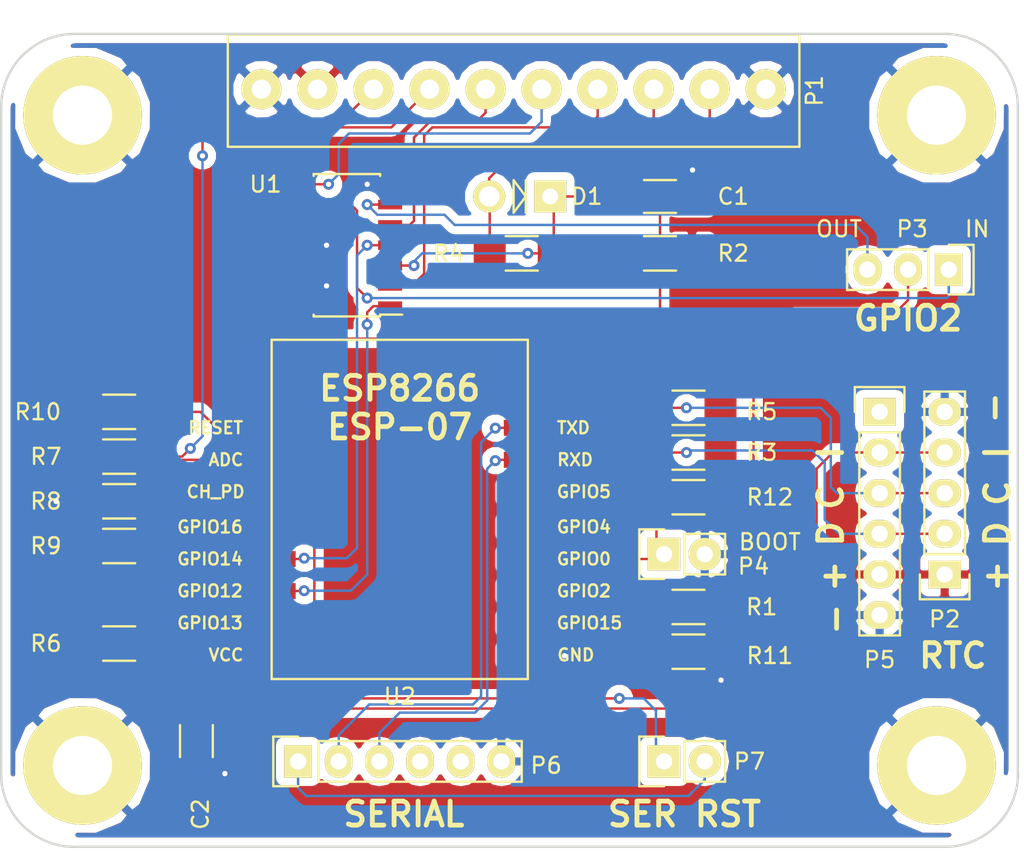
<source format=kicad_pcb>
(kicad_pcb (version 4) (host pcbnew 4.0.2-stable)

  (general
    (links 69)
    (no_connects 1)
    (area 122.835999 64.2006 186.924734 117.8954)
    (thickness 1.6)
    (drawings 30)
    (tracks 233)
    (zones 0)
    (modules 28)
    (nets 30)
  )

  (page A4)
  (layers
    (0 F.Cu signal)
    (31 B.Cu signal hide)
    (32 B.Adhes user)
    (33 F.Adhes user)
    (34 B.Paste user)
    (35 F.Paste user)
    (36 B.SilkS user)
    (37 F.SilkS user)
    (38 B.Mask user)
    (39 F.Mask user)
    (40 Dwgs.User user hide)
    (41 Cmts.User user)
    (42 Eco1.User user)
    (43 Eco2.User user)
    (44 Edge.Cuts user)
    (45 Margin user)
    (46 B.CrtYd user)
    (47 F.CrtYd user)
    (48 B.Fab user)
    (49 F.Fab user)
  )

  (setup
    (last_trace_width 0.1524)
    (trace_clearance 0.1524)
    (zone_clearance 0.508)
    (zone_45_only no)
    (trace_min 0.1524)
    (segment_width 0.2)
    (edge_width 0.15)
    (via_size 0.6858)
    (via_drill 0.3302)
    (via_min_size 0.6858)
    (via_min_drill 0.3302)
    (uvia_size 0.3)
    (uvia_drill 0.1)
    (uvias_allowed no)
    (uvia_min_size 0.2)
    (uvia_min_drill 0.1)
    (pcb_text_width 0.3)
    (pcb_text_size 1.5 1.5)
    (mod_edge_width 0.15)
    (mod_text_size 1 1)
    (mod_text_width 0.15)
    (pad_size 7.4 7.4)
    (pad_drill 3.7)
    (pad_to_mask_clearance 0.2)
    (aux_axis_origin 0 0)
    (visible_elements 7FFEFFFF)
    (pcbplotparams
      (layerselection 0x00030_00000001)
      (usegerberextensions false)
      (excludeedgelayer true)
      (linewidth 0.100000)
      (plotframeref false)
      (viasonmask false)
      (mode 1)
      (useauxorigin false)
      (hpglpennumber 1)
      (hpglpenspeed 20)
      (hpglpendiameter 15)
      (hpglpenoverlay 2)
      (psnegative false)
      (psa4output false)
      (plotreference true)
      (plotvalue true)
      (plotinvisibletext false)
      (padsonsilk false)
      (subtractmaskfromsilk false)
      (outputformat 1)
      (mirror false)
      (drillshape 0)
      (scaleselection 1)
      (outputdirectory ""))
  )

  (net 0 "")
  (net 1 GPIO14_IN_DB)
  (net 2 GND)
  (net 3 3V3)
  (net 4 GPIO14_IN)
  (net 5 GPIO4)
  (net 6 GPIO5)
  (net 7 GPIO13)
  (net 8 GPIO2_OUT)
  (net 9 GPIO2)
  (net 10 GPIO2_IN_ST)
  (net 11 "Net-(P4-Pad1)")
  (net 12 "Net-(P5-Pad1)")
  (net 13 RESET_SER)
  (net 14 TXD)
  (net 15 RXD)
  (net 16 "Net-(P6-Pad4)")
  (net 17 "Net-(P6-Pad5)")
  (net 18 RESET)
  (net 19 BATT)
  (net 20 ADC)
  (net 21 "Net-(R9-Pad2)")
  (net 22 "Net-(R11-Pad1)")
  (net 23 GPIO12)
  (net 24 GPIO12_OUT)
  (net 25 GPIO14)
  (net 26 GPIO2_IN)
  (net 27 GPIO2_OUT_ST)
  (net 28 "Net-(U1-Pad10)")
  (net 29 "Net-(U1-Pad12)")

  (net_class Default "This is the default net class."
    (clearance 0.1524)
    (trace_width 0.1524)
    (via_dia 0.6858)
    (via_drill 0.3302)
    (uvia_dia 0.3)
    (uvia_drill 0.1)
    (add_net 3V3)
    (add_net ADC)
    (add_net BATT)
    (add_net GND)
    (add_net GPIO12)
    (add_net GPIO12_OUT)
    (add_net GPIO13)
    (add_net GPIO14)
    (add_net GPIO14_IN)
    (add_net GPIO14_IN_DB)
    (add_net GPIO2)
    (add_net GPIO2_IN)
    (add_net GPIO2_IN_ST)
    (add_net GPIO2_OUT)
    (add_net GPIO2_OUT_ST)
    (add_net GPIO4)
    (add_net GPIO5)
    (add_net "Net-(P4-Pad1)")
    (add_net "Net-(P5-Pad1)")
    (add_net "Net-(P6-Pad4)")
    (add_net "Net-(P6-Pad5)")
    (add_net "Net-(R11-Pad1)")
    (add_net "Net-(R9-Pad2)")
    (add_net "Net-(U1-Pad10)")
    (add_net "Net-(U1-Pad12)")
    (add_net RESET)
    (add_net RESET_SER)
    (add_net RXD)
    (add_net TXD)
  )

  (module Capacitors_SMD:C_1206_HandSoldering (layer F.Cu) (tedit 5758AFE4) (tstamp 5756F093)
    (at 164.084 76.708)
    (descr "Capacitor SMD 1206, hand soldering")
    (tags "capacitor 1206")
    (path /574CC6E6)
    (attr smd)
    (fp_text reference C1 (at 4.572 0) (layer F.SilkS)
      (effects (font (size 1 1) (thickness 0.15)))
    )
    (fp_text value C (at 0 2.3) (layer F.Fab)
      (effects (font (size 1 1) (thickness 0.15)))
    )
    (fp_line (start -3.3 -1.15) (end 3.3 -1.15) (layer F.CrtYd) (width 0.05))
    (fp_line (start -3.3 1.15) (end 3.3 1.15) (layer F.CrtYd) (width 0.05))
    (fp_line (start -3.3 -1.15) (end -3.3 1.15) (layer F.CrtYd) (width 0.05))
    (fp_line (start 3.3 -1.15) (end 3.3 1.15) (layer F.CrtYd) (width 0.05))
    (fp_line (start 1 -1.025) (end -1 -1.025) (layer F.SilkS) (width 0.15))
    (fp_line (start -1 1.025) (end 1 1.025) (layer F.SilkS) (width 0.15))
    (pad 1 smd rect (at -2 0) (size 2 1.6) (layers F.Cu F.Paste F.Mask)
      (net 1 GPIO14_IN_DB))
    (pad 2 smd rect (at 2 0) (size 2 1.6) (layers F.Cu F.Paste F.Mask)
      (net 2 GND))
    (model Capacitors_SMD.3dshapes/C_1206_HandSoldering.wrl
      (at (xyz 0 0 0))
      (scale (xyz 1 1 1))
      (rotate (xyz 0 0 0))
    )
  )

  (module Capacitors_SMD:C_1206_HandSoldering (layer F.Cu) (tedit 57583936) (tstamp 5756F099)
    (at 135.128 110.744 270)
    (descr "Capacitor SMD 1206, hand soldering")
    (tags "capacitor 1206")
    (path /574B5BCE)
    (attr smd)
    (fp_text reference C2 (at 4.572 -0.254 270) (layer F.SilkS)
      (effects (font (size 1 1) (thickness 0.15)))
    )
    (fp_text value C (at 0 2.3 270) (layer F.Fab)
      (effects (font (size 1 1) (thickness 0.15)))
    )
    (fp_line (start -3.3 -1.15) (end 3.3 -1.15) (layer F.CrtYd) (width 0.05))
    (fp_line (start -3.3 1.15) (end 3.3 1.15) (layer F.CrtYd) (width 0.05))
    (fp_line (start -3.3 -1.15) (end -3.3 1.15) (layer F.CrtYd) (width 0.05))
    (fp_line (start 3.3 -1.15) (end 3.3 1.15) (layer F.CrtYd) (width 0.05))
    (fp_line (start 1 -1.025) (end -1 -1.025) (layer F.SilkS) (width 0.15))
    (fp_line (start -1 1.025) (end 1 1.025) (layer F.SilkS) (width 0.15))
    (pad 1 smd rect (at -2 0 270) (size 2 1.6) (layers F.Cu F.Paste F.Mask)
      (net 3 3V3))
    (pad 2 smd rect (at 2 0 270) (size 2 1.6) (layers F.Cu F.Paste F.Mask)
      (net 2 GND))
    (model Capacitors_SMD.3dshapes/C_1206_HandSoldering.wrl
      (at (xyz 0 0 0))
      (scale (xyz 1 1 1))
      (rotate (xyz 0 0 0))
    )
  )

  (module Diodes_ThroughHole:Diode_DO-41_SOD81_Vertical_AnodeUp (layer F.Cu) (tedit 5758B01A) (tstamp 5756F09F)
    (at 157.226 76.708 180)
    (descr "Diode, DO-41, SOD81, Vertical, Anode Up,")
    (tags "Diode, DO-41, SOD81, Vertical, Anode Up, 1N4007, SB140,")
    (path /574CCD9C)
    (fp_text reference D1 (at -2.286 0 180) (layer F.SilkS)
      (effects (font (size 1 1) (thickness 0.15)))
    )
    (fp_text value D (at 0.05 -2 180) (layer F.Fab)
      (effects (font (size 1 1) (thickness 0.15)))
    )
    (fp_text user A (at 3.81 -1.778 180) (layer Cmts.User)
      (effects (font (size 1 1) (thickness 0.15)))
    )
    (fp_line (start 1.524 0) (end 2.286 1.016) (layer F.SilkS) (width 0.15))
    (fp_line (start 1.524 0) (end 2.286 -1.016) (layer F.SilkS) (width 0.15))
    (fp_line (start 1.524 -1.016) (end 1.524 1.016) (layer F.SilkS) (width 0.15))
    (fp_line (start 2.286 -1.016) (end 2.286 1.016) (layer F.SilkS) (width 0.15))
    (pad 2 thru_hole circle (at 3.81 0 180) (size 1.99898 1.99898) (drill 1.27) (layers *.Cu *.Mask F.SilkS)
      (net 4 GPIO14_IN))
    (pad 1 thru_hole rect (at 0 0 180) (size 1.99898 1.99898) (drill 1.00076) (layers *.Cu *.Mask F.SilkS)
      (net 1 GPIO14_IN_DB))
  )

  (module Pin_Headers:Pin_Header_Straight_1x05 (layer F.Cu) (tedit 5758B233) (tstamp 5756F0A8)
    (at 181.864 100.33 180)
    (descr "Through hole pin header")
    (tags "pin header")
    (path /574C72B3)
    (fp_text reference P2 (at 0 -2.794 180) (layer F.SilkS)
      (effects (font (size 1 1) (thickness 0.15)))
    )
    (fp_text value CONN_01X05 (at 0 -3.1 180) (layer F.Fab)
      (effects (font (size 1 1) (thickness 0.15)))
    )
    (fp_line (start -1.55 0) (end -1.55 -1.55) (layer F.SilkS) (width 0.15))
    (fp_line (start -1.55 -1.55) (end 1.55 -1.55) (layer F.SilkS) (width 0.15))
    (fp_line (start 1.55 -1.55) (end 1.55 0) (layer F.SilkS) (width 0.15))
    (fp_line (start -1.75 -1.75) (end -1.75 11.95) (layer F.CrtYd) (width 0.05))
    (fp_line (start 1.75 -1.75) (end 1.75 11.95) (layer F.CrtYd) (width 0.05))
    (fp_line (start -1.75 -1.75) (end 1.75 -1.75) (layer F.CrtYd) (width 0.05))
    (fp_line (start -1.75 11.95) (end 1.75 11.95) (layer F.CrtYd) (width 0.05))
    (fp_line (start 1.27 1.27) (end 1.27 11.43) (layer F.SilkS) (width 0.15))
    (fp_line (start 1.27 11.43) (end -1.27 11.43) (layer F.SilkS) (width 0.15))
    (fp_line (start -1.27 11.43) (end -1.27 1.27) (layer F.SilkS) (width 0.15))
    (fp_line (start 1.27 1.27) (end -1.27 1.27) (layer F.SilkS) (width 0.15))
    (pad 1 thru_hole rect (at 0 0 180) (size 2.032 1.7272) (drill 1.016) (layers *.Cu *.Mask F.SilkS)
      (net 3 3V3))
    (pad 2 thru_hole oval (at 0 2.54 180) (size 2.032 1.7272) (drill 1.016) (layers *.Cu *.Mask F.SilkS)
      (net 5 GPIO4))
    (pad 3 thru_hole oval (at 0 5.08 180) (size 2.032 1.7272) (drill 1.016) (layers *.Cu *.Mask F.SilkS)
      (net 6 GPIO5))
    (pad 4 thru_hole oval (at 0 7.62 180) (size 2.032 1.7272) (drill 1.016) (layers *.Cu *.Mask F.SilkS)
      (net 7 GPIO13))
    (pad 5 thru_hole oval (at 0 10.16 180) (size 2.032 1.7272) (drill 1.016) (layers *.Cu *.Mask F.SilkS)
      (net 2 GND))
    (model Pin_Headers.3dshapes/Pin_Header_Straight_1x05.wrl
      (at (xyz 0 -0.2 0))
      (scale (xyz 1 1 1))
      (rotate (xyz 0 0 90))
    )
  )

  (module Pin_Headers:Pin_Header_Straight_1x03 (layer F.Cu) (tedit 575846AD) (tstamp 5756F0AF)
    (at 182.118 81.28 270)
    (descr "Through hole pin header")
    (tags "pin header")
    (path /5753206C)
    (fp_text reference P3 (at -2.54 2.286 360) (layer F.SilkS)
      (effects (font (size 1 1) (thickness 0.15)))
    )
    (fp_text value CONN_02X03 (at 0 -3.1 270) (layer F.Fab)
      (effects (font (size 1 1) (thickness 0.15)))
    )
    (fp_line (start -1.75 -1.75) (end -1.75 6.85) (layer F.CrtYd) (width 0.05))
    (fp_line (start 1.75 -1.75) (end 1.75 6.85) (layer F.CrtYd) (width 0.05))
    (fp_line (start -1.75 -1.75) (end 1.75 -1.75) (layer F.CrtYd) (width 0.05))
    (fp_line (start -1.75 6.85) (end 1.75 6.85) (layer F.CrtYd) (width 0.05))
    (fp_line (start -1.27 1.27) (end -1.27 6.35) (layer F.SilkS) (width 0.15))
    (fp_line (start -1.27 6.35) (end 1.27 6.35) (layer F.SilkS) (width 0.15))
    (fp_line (start 1.27 6.35) (end 1.27 1.27) (layer F.SilkS) (width 0.15))
    (fp_line (start 1.55 -1.55) (end 1.55 0) (layer F.SilkS) (width 0.15))
    (fp_line (start 1.27 1.27) (end -1.27 1.27) (layer F.SilkS) (width 0.15))
    (fp_line (start -1.55 0) (end -1.55 -1.55) (layer F.SilkS) (width 0.15))
    (fp_line (start -1.55 -1.55) (end 1.55 -1.55) (layer F.SilkS) (width 0.15))
    (pad 1 thru_hole rect (at 0 0 270) (size 2.032 1.7272) (drill 1.016) (layers *.Cu *.Mask F.SilkS)
      (net 8 GPIO2_OUT))
    (pad 2 thru_hole oval (at 0 2.54 270) (size 2.032 1.7272) (drill 1.016) (layers *.Cu *.Mask F.SilkS)
      (net 9 GPIO2))
    (pad 3 thru_hole oval (at 0 5.08 270) (size 2.032 1.7272) (drill 1.016) (layers *.Cu *.Mask F.SilkS)
      (net 10 GPIO2_IN_ST))
    (model Pin_Headers.3dshapes/Pin_Header_Straight_1x03.wrl
      (at (xyz 0 -0.1 0))
      (scale (xyz 1 1 1))
      (rotate (xyz 0 0 90))
    )
  )

  (module Pin_Headers:Pin_Header_Straight_1x02 (layer F.Cu) (tedit 5758458B) (tstamp 5756F0B5)
    (at 164.338 99.06 90)
    (descr "Through hole pin header")
    (tags "pin header")
    (path /574B5615)
    (fp_text reference P4 (at -0.762 5.588 180) (layer F.SilkS)
      (effects (font (size 1 1) (thickness 0.15)))
    )
    (fp_text value CONN_01X02 (at 0 -3.1 90) (layer F.Fab)
      (effects (font (size 1 1) (thickness 0.15)))
    )
    (fp_line (start 1.27 1.27) (end 1.27 3.81) (layer F.SilkS) (width 0.15))
    (fp_line (start 1.55 -1.55) (end 1.55 0) (layer F.SilkS) (width 0.15))
    (fp_line (start -1.75 -1.75) (end -1.75 4.3) (layer F.CrtYd) (width 0.05))
    (fp_line (start 1.75 -1.75) (end 1.75 4.3) (layer F.CrtYd) (width 0.05))
    (fp_line (start -1.75 -1.75) (end 1.75 -1.75) (layer F.CrtYd) (width 0.05))
    (fp_line (start -1.75 4.3) (end 1.75 4.3) (layer F.CrtYd) (width 0.05))
    (fp_line (start 1.27 1.27) (end -1.27 1.27) (layer F.SilkS) (width 0.15))
    (fp_line (start -1.55 0) (end -1.55 -1.55) (layer F.SilkS) (width 0.15))
    (fp_line (start -1.55 -1.55) (end 1.55 -1.55) (layer F.SilkS) (width 0.15))
    (fp_line (start -1.27 1.27) (end -1.27 3.81) (layer F.SilkS) (width 0.15))
    (fp_line (start -1.27 3.81) (end 1.27 3.81) (layer F.SilkS) (width 0.15))
    (pad 1 thru_hole rect (at 0 0 90) (size 2.032 2.032) (drill 1.016) (layers *.Cu *.Mask F.SilkS)
      (net 11 "Net-(P4-Pad1)"))
    (pad 2 thru_hole oval (at 0 2.54 90) (size 2.032 2.032) (drill 1.016) (layers *.Cu *.Mask F.SilkS)
      (net 2 GND))
    (model Pin_Headers.3dshapes/Pin_Header_Straight_1x02.wrl
      (at (xyz 0 -0.05 0))
      (scale (xyz 1 1 1))
      (rotate (xyz 0 0 90))
    )
  )

  (module Pin_Headers:Pin_Header_Straight_1x06 (layer F.Cu) (tedit 5758B230) (tstamp 5756F0BF)
    (at 177.8 90.17)
    (descr "Through hole pin header")
    (tags "pin header")
    (path /57546EB1)
    (fp_text reference P5 (at 0 15.494) (layer F.SilkS)
      (effects (font (size 1 1) (thickness 0.15)))
    )
    (fp_text value CONN_01X06 (at 0 -3.1) (layer F.Fab)
      (effects (font (size 1 1) (thickness 0.15)))
    )
    (fp_line (start -1.75 -1.75) (end -1.75 14.45) (layer F.CrtYd) (width 0.05))
    (fp_line (start 1.75 -1.75) (end 1.75 14.45) (layer F.CrtYd) (width 0.05))
    (fp_line (start -1.75 -1.75) (end 1.75 -1.75) (layer F.CrtYd) (width 0.05))
    (fp_line (start -1.75 14.45) (end 1.75 14.45) (layer F.CrtYd) (width 0.05))
    (fp_line (start 1.27 1.27) (end 1.27 13.97) (layer F.SilkS) (width 0.15))
    (fp_line (start 1.27 13.97) (end -1.27 13.97) (layer F.SilkS) (width 0.15))
    (fp_line (start -1.27 13.97) (end -1.27 1.27) (layer F.SilkS) (width 0.15))
    (fp_line (start 1.55 -1.55) (end 1.55 0) (layer F.SilkS) (width 0.15))
    (fp_line (start 1.27 1.27) (end -1.27 1.27) (layer F.SilkS) (width 0.15))
    (fp_line (start -1.55 0) (end -1.55 -1.55) (layer F.SilkS) (width 0.15))
    (fp_line (start -1.55 -1.55) (end 1.55 -1.55) (layer F.SilkS) (width 0.15))
    (pad 1 thru_hole rect (at 0 0) (size 2.032 1.7272) (drill 1.016) (layers *.Cu *.Mask F.SilkS)
      (net 12 "Net-(P5-Pad1)"))
    (pad 2 thru_hole oval (at 0 2.54) (size 2.032 1.7272) (drill 1.016) (layers *.Cu *.Mask F.SilkS)
      (net 7 GPIO13))
    (pad 3 thru_hole oval (at 0 5.08) (size 2.032 1.7272) (drill 1.016) (layers *.Cu *.Mask F.SilkS)
      (net 6 GPIO5))
    (pad 4 thru_hole oval (at 0 7.62) (size 2.032 1.7272) (drill 1.016) (layers *.Cu *.Mask F.SilkS)
      (net 5 GPIO4))
    (pad 5 thru_hole oval (at 0 10.16) (size 2.032 1.7272) (drill 1.016) (layers *.Cu *.Mask F.SilkS)
      (net 3 3V3))
    (pad 6 thru_hole oval (at 0 12.7) (size 2.032 1.7272) (drill 1.016) (layers *.Cu *.Mask F.SilkS)
      (net 2 GND))
    (model Pin_Headers.3dshapes/Pin_Header_Straight_1x06.wrl
      (at (xyz 0 -0.25 0))
      (scale (xyz 1 1 1))
      (rotate (xyz 0 0 90))
    )
  )

  (module Pin_Headers:Pin_Header_Straight_1x06 (layer F.Cu) (tedit 5758B0AA) (tstamp 5756F0C9)
    (at 141.478 112.014 90)
    (descr "Through hole pin header")
    (tags "pin header")
    (path /574B5A83)
    (fp_text reference P6 (at -0.254 15.494 180) (layer F.SilkS)
      (effects (font (size 1 1) (thickness 0.15)))
    )
    (fp_text value CONN_01X06 (at 0 -3.1 90) (layer F.Fab)
      (effects (font (size 1 1) (thickness 0.15)))
    )
    (fp_line (start -1.75 -1.75) (end -1.75 14.45) (layer F.CrtYd) (width 0.05))
    (fp_line (start 1.75 -1.75) (end 1.75 14.45) (layer F.CrtYd) (width 0.05))
    (fp_line (start -1.75 -1.75) (end 1.75 -1.75) (layer F.CrtYd) (width 0.05))
    (fp_line (start -1.75 14.45) (end 1.75 14.45) (layer F.CrtYd) (width 0.05))
    (fp_line (start 1.27 1.27) (end 1.27 13.97) (layer F.SilkS) (width 0.15))
    (fp_line (start 1.27 13.97) (end -1.27 13.97) (layer F.SilkS) (width 0.15))
    (fp_line (start -1.27 13.97) (end -1.27 1.27) (layer F.SilkS) (width 0.15))
    (fp_line (start 1.55 -1.55) (end 1.55 0) (layer F.SilkS) (width 0.15))
    (fp_line (start 1.27 1.27) (end -1.27 1.27) (layer F.SilkS) (width 0.15))
    (fp_line (start -1.55 0) (end -1.55 -1.55) (layer F.SilkS) (width 0.15))
    (fp_line (start -1.55 -1.55) (end 1.55 -1.55) (layer F.SilkS) (width 0.15))
    (pad 1 thru_hole rect (at 0 0 90) (size 2.032 1.7272) (drill 1.016) (layers *.Cu *.Mask F.SilkS)
      (net 13 RESET_SER))
    (pad 2 thru_hole oval (at 0 2.54 90) (size 2.032 1.7272) (drill 1.016) (layers *.Cu *.Mask F.SilkS)
      (net 14 TXD))
    (pad 3 thru_hole oval (at 0 5.08 90) (size 2.032 1.7272) (drill 1.016) (layers *.Cu *.Mask F.SilkS)
      (net 15 RXD))
    (pad 4 thru_hole oval (at 0 7.62 90) (size 2.032 1.7272) (drill 1.016) (layers *.Cu *.Mask F.SilkS)
      (net 16 "Net-(P6-Pad4)"))
    (pad 5 thru_hole oval (at 0 10.16 90) (size 2.032 1.7272) (drill 1.016) (layers *.Cu *.Mask F.SilkS)
      (net 17 "Net-(P6-Pad5)"))
    (pad 6 thru_hole oval (at 0 12.7 90) (size 2.032 1.7272) (drill 1.016) (layers *.Cu *.Mask F.SilkS)
      (net 2 GND))
    (model Pin_Headers.3dshapes/Pin_Header_Straight_1x06.wrl
      (at (xyz 0 -0.25 0))
      (scale (xyz 1 1 1))
      (rotate (xyz 0 0 90))
    )
  )

  (module Pin_Headers:Pin_Header_Straight_1x02 (layer F.Cu) (tedit 5758B805) (tstamp 5756F0CF)
    (at 164.338 112.014 90)
    (descr "Through hole pin header")
    (tags "pin header")
    (path /574C7B4F)
    (fp_text reference P7 (at 0 5.334 180) (layer F.SilkS)
      (effects (font (size 1 1) (thickness 0.15)))
    )
    (fp_text value CONN_01X02 (at 0 -3.1 90) (layer F.Fab)
      (effects (font (size 1 1) (thickness 0.15)))
    )
    (fp_line (start 1.27 1.27) (end 1.27 3.81) (layer F.SilkS) (width 0.15))
    (fp_line (start 1.55 -1.55) (end 1.55 0) (layer F.SilkS) (width 0.15))
    (fp_line (start -1.75 -1.75) (end -1.75 4.3) (layer F.CrtYd) (width 0.05))
    (fp_line (start 1.75 -1.75) (end 1.75 4.3) (layer F.CrtYd) (width 0.05))
    (fp_line (start -1.75 -1.75) (end 1.75 -1.75) (layer F.CrtYd) (width 0.05))
    (fp_line (start -1.75 4.3) (end 1.75 4.3) (layer F.CrtYd) (width 0.05))
    (fp_line (start 1.27 1.27) (end -1.27 1.27) (layer F.SilkS) (width 0.15))
    (fp_line (start -1.55 0) (end -1.55 -1.55) (layer F.SilkS) (width 0.15))
    (fp_line (start -1.55 -1.55) (end 1.55 -1.55) (layer F.SilkS) (width 0.15))
    (fp_line (start -1.27 1.27) (end -1.27 3.81) (layer F.SilkS) (width 0.15))
    (fp_line (start -1.27 3.81) (end 1.27 3.81) (layer F.SilkS) (width 0.15))
    (pad 1 thru_hole rect (at 0 0 90) (size 2.032 2.032) (drill 1.016) (layers *.Cu *.Mask F.SilkS)
      (net 18 RESET))
    (pad 2 thru_hole oval (at 0 2.54 90) (size 2.032 2.032) (drill 1.016) (layers *.Cu *.Mask F.SilkS)
      (net 13 RESET_SER))
    (model Pin_Headers.3dshapes/Pin_Header_Straight_1x02.wrl
      (at (xyz 0 -0.05 0))
      (scale (xyz 1 1 1))
      (rotate (xyz 0 0 90))
    )
  )

  (module Resistors_SMD:R_1206_HandSoldering (layer F.Cu) (tedit 575838B9) (tstamp 5756F0D5)
    (at 165.862 102.362 180)
    (descr "Resistor SMD 1206, hand soldering")
    (tags "resistor 1206")
    (path /57558E43)
    (attr smd)
    (fp_text reference R1 (at -4.572 0 180) (layer F.SilkS)
      (effects (font (size 1 1) (thickness 0.15)))
    )
    (fp_text value R (at 0 2.3 180) (layer F.Fab)
      (effects (font (size 1 1) (thickness 0.15)))
    )
    (fp_line (start -3.3 -1.2) (end 3.3 -1.2) (layer F.CrtYd) (width 0.05))
    (fp_line (start -3.3 1.2) (end 3.3 1.2) (layer F.CrtYd) (width 0.05))
    (fp_line (start -3.3 -1.2) (end -3.3 1.2) (layer F.CrtYd) (width 0.05))
    (fp_line (start 3.3 -1.2) (end 3.3 1.2) (layer F.CrtYd) (width 0.05))
    (fp_line (start 1 1.075) (end -1 1.075) (layer F.SilkS) (width 0.15))
    (fp_line (start -1 -1.075) (end 1 -1.075) (layer F.SilkS) (width 0.15))
    (pad 1 smd rect (at -2 0 180) (size 2 1.7) (layers F.Cu F.Paste F.Mask)
      (net 3 3V3))
    (pad 2 smd rect (at 2 0 180) (size 2 1.7) (layers F.Cu F.Paste F.Mask)
      (net 9 GPIO2))
    (model Resistors_SMD.3dshapes/R_1206_HandSoldering.wrl
      (at (xyz 0 0 0))
      (scale (xyz 1 1 1))
      (rotate (xyz 0 0 0))
    )
  )

  (module Resistors_SMD:R_1206_HandSoldering (layer F.Cu) (tedit 5758AFE1) (tstamp 5756F0DB)
    (at 164.084 80.264)
    (descr "Resistor SMD 1206, hand soldering")
    (tags "resistor 1206")
    (path /574CC64C)
    (attr smd)
    (fp_text reference R2 (at 4.572 0) (layer F.SilkS)
      (effects (font (size 1 1) (thickness 0.15)))
    )
    (fp_text value R (at 0 2.3) (layer F.Fab)
      (effects (font (size 1 1) (thickness 0.15)))
    )
    (fp_line (start -3.3 -1.2) (end 3.3 -1.2) (layer F.CrtYd) (width 0.05))
    (fp_line (start -3.3 1.2) (end 3.3 1.2) (layer F.CrtYd) (width 0.05))
    (fp_line (start -3.3 -1.2) (end -3.3 1.2) (layer F.CrtYd) (width 0.05))
    (fp_line (start 3.3 -1.2) (end 3.3 1.2) (layer F.CrtYd) (width 0.05))
    (fp_line (start 1 1.075) (end -1 1.075) (layer F.SilkS) (width 0.15))
    (fp_line (start -1 -1.075) (end 1 -1.075) (layer F.SilkS) (width 0.15))
    (pad 1 smd rect (at -2 0) (size 2 1.7) (layers F.Cu F.Paste F.Mask)
      (net 4 GPIO14_IN))
    (pad 2 smd rect (at 2 0) (size 2 1.7) (layers F.Cu F.Paste F.Mask)
      (net 3 3V3))
    (model Resistors_SMD.3dshapes/R_1206_HandSoldering.wrl
      (at (xyz 0 0 0))
      (scale (xyz 1 1 1))
      (rotate (xyz 0 0 0))
    )
  )

  (module Resistors_SMD:R_1206_HandSoldering (layer F.Cu) (tedit 575838B6) (tstamp 5756F0E1)
    (at 165.862 92.71 180)
    (descr "Resistor SMD 1206, hand soldering")
    (tags "resistor 1206")
    (path /5754653E)
    (attr smd)
    (fp_text reference R3 (at -4.572 0 180) (layer F.SilkS)
      (effects (font (size 1 1) (thickness 0.15)))
    )
    (fp_text value R (at 0 2.3 180) (layer F.Fab)
      (effects (font (size 1 1) (thickness 0.15)))
    )
    (fp_line (start -3.3 -1.2) (end 3.3 -1.2) (layer F.CrtYd) (width 0.05))
    (fp_line (start -3.3 1.2) (end 3.3 1.2) (layer F.CrtYd) (width 0.05))
    (fp_line (start -3.3 -1.2) (end -3.3 1.2) (layer F.CrtYd) (width 0.05))
    (fp_line (start 3.3 -1.2) (end 3.3 1.2) (layer F.CrtYd) (width 0.05))
    (fp_line (start 1 1.075) (end -1 1.075) (layer F.SilkS) (width 0.15))
    (fp_line (start -1 -1.075) (end 1 -1.075) (layer F.SilkS) (width 0.15))
    (pad 1 smd rect (at -2 0 180) (size 2 1.7) (layers F.Cu F.Paste F.Mask)
      (net 3 3V3))
    (pad 2 smd rect (at 2 0 180) (size 2 1.7) (layers F.Cu F.Paste F.Mask)
      (net 5 GPIO4))
    (model Resistors_SMD.3dshapes/R_1206_HandSoldering.wrl
      (at (xyz 0 0 0))
      (scale (xyz 1 1 1))
      (rotate (xyz 0 0 0))
    )
  )

  (module Resistors_SMD:R_1206_HandSoldering (layer F.Cu) (tedit 5758B102) (tstamp 5756F0E7)
    (at 155.448 80.264 180)
    (descr "Resistor SMD 1206, hand soldering")
    (tags "resistor 1206")
    (path /574CC56E)
    (attr smd)
    (fp_text reference R4 (at 4.572 0 180) (layer F.SilkS)
      (effects (font (size 1 1) (thickness 0.15)))
    )
    (fp_text value R (at 0 2.3 180) (layer F.Fab)
      (effects (font (size 1 1) (thickness 0.15)))
    )
    (fp_line (start -3.3 -1.2) (end 3.3 -1.2) (layer F.CrtYd) (width 0.05))
    (fp_line (start -3.3 1.2) (end 3.3 1.2) (layer F.CrtYd) (width 0.05))
    (fp_line (start -3.3 -1.2) (end -3.3 1.2) (layer F.CrtYd) (width 0.05))
    (fp_line (start 3.3 -1.2) (end 3.3 1.2) (layer F.CrtYd) (width 0.05))
    (fp_line (start 1 1.075) (end -1 1.075) (layer F.SilkS) (width 0.15))
    (fp_line (start -1 -1.075) (end 1 -1.075) (layer F.SilkS) (width 0.15))
    (pad 1 smd rect (at -2 0 180) (size 2 1.7) (layers F.Cu F.Paste F.Mask)
      (net 1 GPIO14_IN_DB))
    (pad 2 smd rect (at 2 0 180) (size 2 1.7) (layers F.Cu F.Paste F.Mask)
      (net 4 GPIO14_IN))
    (model Resistors_SMD.3dshapes/R_1206_HandSoldering.wrl
      (at (xyz 0 0 0))
      (scale (xyz 1 1 1))
      (rotate (xyz 0 0 0))
    )
  )

  (module Resistors_SMD:R_1206_HandSoldering (layer F.Cu) (tedit 575838DD) (tstamp 5756F0ED)
    (at 165.862 89.916 180)
    (descr "Resistor SMD 1206, hand soldering")
    (tags "resistor 1206")
    (path /5754669A)
    (attr smd)
    (fp_text reference R5 (at -4.572 -0.254 180) (layer F.SilkS)
      (effects (font (size 1 1) (thickness 0.15)))
    )
    (fp_text value R (at 0 2.3 180) (layer F.Fab)
      (effects (font (size 1 1) (thickness 0.15)))
    )
    (fp_line (start -3.3 -1.2) (end 3.3 -1.2) (layer F.CrtYd) (width 0.05))
    (fp_line (start -3.3 1.2) (end 3.3 1.2) (layer F.CrtYd) (width 0.05))
    (fp_line (start -3.3 -1.2) (end -3.3 1.2) (layer F.CrtYd) (width 0.05))
    (fp_line (start 3.3 -1.2) (end 3.3 1.2) (layer F.CrtYd) (width 0.05))
    (fp_line (start 1 1.075) (end -1 1.075) (layer F.SilkS) (width 0.15))
    (fp_line (start -1 -1.075) (end 1 -1.075) (layer F.SilkS) (width 0.15))
    (pad 1 smd rect (at -2 0 180) (size 2 1.7) (layers F.Cu F.Paste F.Mask)
      (net 3 3V3))
    (pad 2 smd rect (at 2 0 180) (size 2 1.7) (layers F.Cu F.Paste F.Mask)
      (net 6 GPIO5))
    (model Resistors_SMD.3dshapes/R_1206_HandSoldering.wrl
      (at (xyz 0 0 0))
      (scale (xyz 1 1 1))
      (rotate (xyz 0 0 0))
    )
  )

  (module Resistors_SMD:R_1206_HandSoldering (layer F.Cu) (tedit 57583934) (tstamp 5756F0F3)
    (at 130.302 104.648)
    (descr "Resistor SMD 1206, hand soldering")
    (tags "resistor 1206")
    (path /575475C4)
    (attr smd)
    (fp_text reference R6 (at -4.572 0) (layer F.SilkS)
      (effects (font (size 1 1) (thickness 0.15)))
    )
    (fp_text value R (at 0 2.3) (layer F.Fab)
      (effects (font (size 1 1) (thickness 0.15)))
    )
    (fp_line (start -3.3 -1.2) (end 3.3 -1.2) (layer F.CrtYd) (width 0.05))
    (fp_line (start -3.3 1.2) (end 3.3 1.2) (layer F.CrtYd) (width 0.05))
    (fp_line (start -3.3 -1.2) (end -3.3 1.2) (layer F.CrtYd) (width 0.05))
    (fp_line (start 3.3 -1.2) (end 3.3 1.2) (layer F.CrtYd) (width 0.05))
    (fp_line (start 1 1.075) (end -1 1.075) (layer F.SilkS) (width 0.15))
    (fp_line (start -1 -1.075) (end 1 -1.075) (layer F.SilkS) (width 0.15))
    (pad 1 smd rect (at -2 0) (size 2 1.7) (layers F.Cu F.Paste F.Mask)
      (net 3 3V3))
    (pad 2 smd rect (at 2 0) (size 2 1.7) (layers F.Cu F.Paste F.Mask)
      (net 7 GPIO13))
    (model Resistors_SMD.3dshapes/R_1206_HandSoldering.wrl
      (at (xyz 0 0 0))
      (scale (xyz 1 1 1))
      (rotate (xyz 0 0 0))
    )
  )

  (module Resistors_SMD:R_1206_HandSoldering (layer F.Cu) (tedit 57583952) (tstamp 5756F0F9)
    (at 130.302 92.964)
    (descr "Resistor SMD 1206, hand soldering")
    (tags "resistor 1206")
    (path /574B53DF)
    (attr smd)
    (fp_text reference R7 (at -4.572 0) (layer F.SilkS)
      (effects (font (size 1 1) (thickness 0.15)))
    )
    (fp_text value R (at 0 2.3) (layer F.Fab)
      (effects (font (size 1 1) (thickness 0.15)))
    )
    (fp_line (start -3.3 -1.2) (end 3.3 -1.2) (layer F.CrtYd) (width 0.05))
    (fp_line (start -3.3 1.2) (end 3.3 1.2) (layer F.CrtYd) (width 0.05))
    (fp_line (start -3.3 -1.2) (end -3.3 1.2) (layer F.CrtYd) (width 0.05))
    (fp_line (start 3.3 -1.2) (end 3.3 1.2) (layer F.CrtYd) (width 0.05))
    (fp_line (start 1 1.075) (end -1 1.075) (layer F.SilkS) (width 0.15))
    (fp_line (start -1 -1.075) (end 1 -1.075) (layer F.SilkS) (width 0.15))
    (pad 1 smd rect (at -2 0) (size 2 1.7) (layers F.Cu F.Paste F.Mask)
      (net 19 BATT))
    (pad 2 smd rect (at 2 0) (size 2 1.7) (layers F.Cu F.Paste F.Mask)
      (net 20 ADC))
    (model Resistors_SMD.3dshapes/R_1206_HandSoldering.wrl
      (at (xyz 0 0 0))
      (scale (xyz 1 1 1))
      (rotate (xyz 0 0 0))
    )
  )

  (module Resistors_SMD:R_1206_HandSoldering (layer F.Cu) (tedit 57583956) (tstamp 5756F0FF)
    (at 130.302 95.758 180)
    (descr "Resistor SMD 1206, hand soldering")
    (tags "resistor 1206")
    (path /574B543C)
    (attr smd)
    (fp_text reference R8 (at 4.572 0 180) (layer F.SilkS)
      (effects (font (size 1 1) (thickness 0.15)))
    )
    (fp_text value R (at 0 2.3 180) (layer F.Fab)
      (effects (font (size 1 1) (thickness 0.15)))
    )
    (fp_line (start -3.3 -1.2) (end 3.3 -1.2) (layer F.CrtYd) (width 0.05))
    (fp_line (start -3.3 1.2) (end 3.3 1.2) (layer F.CrtYd) (width 0.05))
    (fp_line (start -3.3 -1.2) (end -3.3 1.2) (layer F.CrtYd) (width 0.05))
    (fp_line (start 3.3 -1.2) (end 3.3 1.2) (layer F.CrtYd) (width 0.05))
    (fp_line (start 1 1.075) (end -1 1.075) (layer F.SilkS) (width 0.15))
    (fp_line (start -1 -1.075) (end 1 -1.075) (layer F.SilkS) (width 0.15))
    (pad 1 smd rect (at -2 0 180) (size 2 1.7) (layers F.Cu F.Paste F.Mask)
      (net 20 ADC))
    (pad 2 smd rect (at 2 0 180) (size 2 1.7) (layers F.Cu F.Paste F.Mask)
      (net 2 GND))
    (model Resistors_SMD.3dshapes/R_1206_HandSoldering.wrl
      (at (xyz 0 0 0))
      (scale (xyz 1 1 1))
      (rotate (xyz 0 0 0))
    )
  )

  (module Resistors_SMD:R_1206_HandSoldering (layer F.Cu) (tedit 5758392F) (tstamp 5756F105)
    (at 130.302 98.552)
    (descr "Resistor SMD 1206, hand soldering")
    (tags "resistor 1206")
    (path /574B5138)
    (attr smd)
    (fp_text reference R9 (at -4.572 0) (layer F.SilkS)
      (effects (font (size 1 1) (thickness 0.15)))
    )
    (fp_text value R (at 0 2.3) (layer F.Fab)
      (effects (font (size 1 1) (thickness 0.15)))
    )
    (fp_line (start -3.3 -1.2) (end 3.3 -1.2) (layer F.CrtYd) (width 0.05))
    (fp_line (start -3.3 1.2) (end 3.3 1.2) (layer F.CrtYd) (width 0.05))
    (fp_line (start -3.3 -1.2) (end -3.3 1.2) (layer F.CrtYd) (width 0.05))
    (fp_line (start 3.3 -1.2) (end 3.3 1.2) (layer F.CrtYd) (width 0.05))
    (fp_line (start 1 1.075) (end -1 1.075) (layer F.SilkS) (width 0.15))
    (fp_line (start -1 -1.075) (end 1 -1.075) (layer F.SilkS) (width 0.15))
    (pad 1 smd rect (at -2 0) (size 2 1.7) (layers F.Cu F.Paste F.Mask)
      (net 3 3V3))
    (pad 2 smd rect (at 2 0) (size 2 1.7) (layers F.Cu F.Paste F.Mask)
      (net 21 "Net-(R9-Pad2)"))
    (model Resistors_SMD.3dshapes/R_1206_HandSoldering.wrl
      (at (xyz 0 0 0))
      (scale (xyz 1 1 1))
      (rotate (xyz 0 0 0))
    )
  )

  (module Resistors_SMD:R_1206_HandSoldering (layer F.Cu) (tedit 5758396F) (tstamp 5756F10B)
    (at 130.302 90.17)
    (descr "Resistor SMD 1206, hand soldering")
    (tags "resistor 1206")
    (path /574B508B)
    (attr smd)
    (fp_text reference R10 (at -5.08 0) (layer F.SilkS)
      (effects (font (size 1 1) (thickness 0.15)))
    )
    (fp_text value R (at 0 2.3) (layer F.Fab)
      (effects (font (size 1 1) (thickness 0.15)))
    )
    (fp_line (start -3.3 -1.2) (end 3.3 -1.2) (layer F.CrtYd) (width 0.05))
    (fp_line (start -3.3 1.2) (end 3.3 1.2) (layer F.CrtYd) (width 0.05))
    (fp_line (start -3.3 -1.2) (end -3.3 1.2) (layer F.CrtYd) (width 0.05))
    (fp_line (start 3.3 -1.2) (end 3.3 1.2) (layer F.CrtYd) (width 0.05))
    (fp_line (start 1 1.075) (end -1 1.075) (layer F.SilkS) (width 0.15))
    (fp_line (start -1 -1.075) (end 1 -1.075) (layer F.SilkS) (width 0.15))
    (pad 1 smd rect (at -2 0) (size 2 1.7) (layers F.Cu F.Paste F.Mask)
      (net 3 3V3))
    (pad 2 smd rect (at 2 0) (size 2 1.7) (layers F.Cu F.Paste F.Mask)
      (net 18 RESET))
    (model Resistors_SMD.3dshapes/R_1206_HandSoldering.wrl
      (at (xyz 0 0 0))
      (scale (xyz 1 1 1))
      (rotate (xyz 0 0 0))
    )
  )

  (module Resistors_SMD:R_1206_HandSoldering (layer F.Cu) (tedit 5758389C) (tstamp 5756F111)
    (at 165.862 105.156)
    (descr "Resistor SMD 1206, hand soldering")
    (tags "resistor 1206")
    (path /574B5840)
    (attr smd)
    (fp_text reference R11 (at 5.08 0.254) (layer F.SilkS)
      (effects (font (size 1 1) (thickness 0.15)))
    )
    (fp_text value R (at 0 2.3) (layer F.Fab)
      (effects (font (size 1 1) (thickness 0.15)))
    )
    (fp_line (start -3.3 -1.2) (end 3.3 -1.2) (layer F.CrtYd) (width 0.05))
    (fp_line (start -3.3 1.2) (end 3.3 1.2) (layer F.CrtYd) (width 0.05))
    (fp_line (start -3.3 -1.2) (end -3.3 1.2) (layer F.CrtYd) (width 0.05))
    (fp_line (start 3.3 -1.2) (end 3.3 1.2) (layer F.CrtYd) (width 0.05))
    (fp_line (start 1 1.075) (end -1 1.075) (layer F.SilkS) (width 0.15))
    (fp_line (start -1 -1.075) (end 1 -1.075) (layer F.SilkS) (width 0.15))
    (pad 1 smd rect (at -2 0) (size 2 1.7) (layers F.Cu F.Paste F.Mask)
      (net 22 "Net-(R11-Pad1)"))
    (pad 2 smd rect (at 2 0) (size 2 1.7) (layers F.Cu F.Paste F.Mask)
      (net 2 GND))
    (model Resistors_SMD.3dshapes/R_1206_HandSoldering.wrl
      (at (xyz 0 0 0))
      (scale (xyz 1 1 1))
      (rotate (xyz 0 0 0))
    )
  )

  (module Resistors_SMD:R_1206_HandSoldering (layer F.Cu) (tedit 575839B5) (tstamp 5756F117)
    (at 165.862 95.504 180)
    (descr "Resistor SMD 1206, hand soldering")
    (tags "resistor 1206")
    (path /574B569C)
    (attr smd)
    (fp_text reference R12 (at -5.08 0 180) (layer F.SilkS)
      (effects (font (size 1 1) (thickness 0.15)))
    )
    (fp_text value R (at 0 2.3 180) (layer F.Fab)
      (effects (font (size 1 1) (thickness 0.15)))
    )
    (fp_line (start -3.3 -1.2) (end 3.3 -1.2) (layer F.CrtYd) (width 0.05))
    (fp_line (start -3.3 1.2) (end 3.3 1.2) (layer F.CrtYd) (width 0.05))
    (fp_line (start -3.3 -1.2) (end -3.3 1.2) (layer F.CrtYd) (width 0.05))
    (fp_line (start 3.3 -1.2) (end 3.3 1.2) (layer F.CrtYd) (width 0.05))
    (fp_line (start 1 1.075) (end -1 1.075) (layer F.SilkS) (width 0.15))
    (fp_line (start -1 -1.075) (end 1 -1.075) (layer F.SilkS) (width 0.15))
    (pad 1 smd rect (at -2 0 180) (size 2 1.7) (layers F.Cu F.Paste F.Mask)
      (net 3 3V3))
    (pad 2 smd rect (at 2 0 180) (size 2 1.7) (layers F.Cu F.Paste F.Mask)
      (net 11 "Net-(P4-Pad1)"))
    (model Resistors_SMD.3dshapes/R_1206_HandSoldering.wrl
      (at (xyz 0 0 0))
      (scale (xyz 1 1 1))
      (rotate (xyz 0 0 0))
    )
  )

  (module Housings_SOIC:SOIC-14_3.9x8.7mm_Pitch1.27mm (layer F.Cu) (tedit 5758BC20) (tstamp 5756F129)
    (at 144.526 79.756 180)
    (descr "14-Lead Plastic Small Outline (SL) - Narrow, 3.90 mm Body [SOIC] (see Microchip Packaging Specification 00000049BS.pdf)")
    (tags "SOIC 1.27")
    (path /5751ACD8)
    (attr smd)
    (fp_text reference U1 (at 5.08 3.81 180) (layer F.SilkS)
      (effects (font (size 1 1) (thickness 0.15)))
    )
    (fp_text value 74HC7014 (at 0 5.375 180) (layer F.Fab)
      (effects (font (size 1 1) (thickness 0.15)))
    )
    (fp_line (start -3.7 -4.65) (end -3.7 4.65) (layer F.CrtYd) (width 0.05))
    (fp_line (start 3.7 -4.65) (end 3.7 4.65) (layer F.CrtYd) (width 0.05))
    (fp_line (start -3.7 -4.65) (end 3.7 -4.65) (layer F.CrtYd) (width 0.05))
    (fp_line (start -3.7 4.65) (end 3.7 4.65) (layer F.CrtYd) (width 0.05))
    (fp_line (start -2.075 -4.45) (end -2.075 -4.335) (layer F.SilkS) (width 0.15))
    (fp_line (start 2.075 -4.45) (end 2.075 -4.335) (layer F.SilkS) (width 0.15))
    (fp_line (start 2.075 4.45) (end 2.075 4.335) (layer F.SilkS) (width 0.15))
    (fp_line (start -2.075 4.45) (end -2.075 4.335) (layer F.SilkS) (width 0.15))
    (fp_line (start -2.075 -4.45) (end 2.075 -4.45) (layer F.SilkS) (width 0.15))
    (fp_line (start -2.075 4.45) (end 2.075 4.45) (layer F.SilkS) (width 0.15))
    (fp_line (start -2.075 -4.335) (end -3.45 -4.335) (layer F.SilkS) (width 0.15))
    (pad 1 smd rect (at -2.7 -3.81 180) (size 1.5 0.6) (layers F.Cu F.Paste F.Mask)
      (net 23 GPIO12))
    (pad 2 smd rect (at -2.7 -2.54 180) (size 1.5 0.6) (layers F.Cu F.Paste F.Mask)
      (net 24 GPIO12_OUT))
    (pad 3 smd rect (at -2.7 -1.27 180) (size 1.5 0.6) (layers F.Cu F.Paste F.Mask)
      (net 1 GPIO14_IN_DB))
    (pad 4 smd rect (at -2.7 0 180) (size 1.5 0.6) (layers F.Cu F.Paste F.Mask)
      (net 25 GPIO14))
    (pad 5 smd rect (at -2.7 1.27 180) (size 1.5 0.6) (layers F.Cu F.Paste F.Mask)
      (net 26 GPIO2_IN))
    (pad 6 smd rect (at -2.7 2.54 180) (size 1.5 0.6) (layers F.Cu F.Paste F.Mask)
      (net 10 GPIO2_IN_ST))
    (pad 7 smd rect (at -2.7 3.81 180) (size 1.5 0.6) (layers F.Cu F.Paste F.Mask)
      (net 2 GND))
    (pad 8 smd rect (at 2.7 3.81 180) (size 1.5 0.6) (layers F.Cu F.Paste F.Mask)
      (net 27 GPIO2_OUT_ST))
    (pad 9 smd rect (at 2.7 2.54 180) (size 1.5 0.6) (layers F.Cu F.Paste F.Mask)
      (net 8 GPIO2_OUT))
    (pad 10 smd rect (at 2.7 1.27 180) (size 1.5 0.6) (layers F.Cu F.Paste F.Mask)
      (net 28 "Net-(U1-Pad10)"))
    (pad 11 smd rect (at 2.7 0 180) (size 1.5 0.6) (layers F.Cu F.Paste F.Mask)
      (net 2 GND))
    (pad 12 smd rect (at 2.7 -1.27 180) (size 1.5 0.6) (layers F.Cu F.Paste F.Mask)
      (net 29 "Net-(U1-Pad12)"))
    (pad 13 smd rect (at 2.7 -2.54 180) (size 1.5 0.6) (layers F.Cu F.Paste F.Mask)
      (net 2 GND))
    (pad 14 smd rect (at 2.7 -3.81 180) (size 1.5 0.6) (layers F.Cu F.Paste F.Mask)
      (net 3 3V3))
    (model Housings_SOIC.3dshapes/SOIC-14_3.9x8.7mm_Pitch1.27mm.wrl
      (at (xyz 0 0 0))
      (scale (xyz 1 1 1))
      (rotate (xyz 0 0 0))
    )
  )

  (module footprints:ESP07 (layer F.Cu) (tedit 57562EB8) (tstamp 5756F13D)
    (at 147.828 96.266)
    (path /574B4F8B)
    (fp_text reference U2 (at 0 11.684) (layer F.SilkS)
      (effects (font (size 1 1) (thickness 0.15)))
    )
    (fp_text value ESP07 (at 0 -11.684) (layer F.Fab)
      (effects (font (size 1 1) (thickness 0.15)))
    )
    (fp_text user VCC (at -10.85 9.1) (layer F.SilkS)
      (effects (font (size 0.75 0.75) (thickness 0.15)))
    )
    (fp_text user GPIO13 (at -11.85 7.1) (layer F.SilkS)
      (effects (font (size 0.75 0.75) (thickness 0.15)))
    )
    (fp_text user GPIO12 (at -11.85 5.1) (layer F.SilkS)
      (effects (font (size 0.75 0.75) (thickness 0.15)))
    )
    (fp_text user GPIO14 (at -11.85 3.1) (layer F.SilkS)
      (effects (font (size 0.75 0.75) (thickness 0.15)))
    )
    (fp_text user GPIO16 (at -11.85 1.1) (layer F.SilkS)
      (effects (font (size 0.75 0.75) (thickness 0.15)))
    )
    (fp_text user CH_PD (at -11.5 -1.1) (layer F.SilkS)
      (effects (font (size 0.75 0.75) (thickness 0.15)))
    )
    (fp_text user ADC (at -10.85 -3.1) (layer F.SilkS)
      (effects (font (size 0.75 0.75) (thickness 0.15)))
    )
    (fp_text user RESET (at -11.5 -5.1) (layer F.SilkS)
      (effects (font (size 0.75 0.75) (thickness 0.15)))
    )
    (fp_text user TXD (at 10.85 -5.1) (layer F.SilkS)
      (effects (font (size 0.75 0.75) (thickness 0.15)))
    )
    (fp_text user RXD (at 10.95 -3.1) (layer F.SilkS)
      (effects (font (size 0.75 0.75) (thickness 0.15)))
    )
    (fp_text user GPIO5 (at 11.5 -1.1) (layer F.SilkS)
      (effects (font (size 0.75 0.75) (thickness 0.15)))
    )
    (fp_text user GPIO4 (at 11.5 1.1) (layer F.SilkS)
      (effects (font (size 0.75 0.75) (thickness 0.15)))
    )
    (fp_text user GPIO0 (at 11.5 3.1) (layer F.SilkS)
      (effects (font (size 0.75 0.75) (thickness 0.15)))
    )
    (fp_text user GPIO2 (at 11.5 5.1) (layer F.SilkS)
      (effects (font (size 0.75 0.75) (thickness 0.15)))
    )
    (fp_text user GPIO15 (at 11.85 7.1) (layer F.SilkS)
      (effects (font (size 0.75 0.75) (thickness 0.15)))
    )
    (fp_text user GND (at 11 9.1) (layer F.SilkS)
      (effects (font (size 0.75 0.75) (thickness 0.15)))
    )
    (fp_line (start -8 -10.6) (end 8 -10.6) (layer F.SilkS) (width 0.15))
    (fp_line (start 8 -10.6) (end 8 10.6) (layer F.SilkS) (width 0.15))
    (fp_line (start 8 10.6) (end -8 10.6) (layer F.SilkS) (width 0.15))
    (fp_line (start -8 10.6) (end -8 -10.6) (layer F.SilkS) (width 0.15))
    (pad 1 smd rect (at 8 9.1) (size 3 1) (layers F.Cu F.Paste F.Mask)
      (net 2 GND))
    (pad 2 smd rect (at 8 7.1) (size 3 1) (layers F.Cu F.Paste F.Mask)
      (net 22 "Net-(R11-Pad1)"))
    (pad 3 smd rect (at 8 5.1) (size 3 1) (layers F.Cu F.Paste F.Mask)
      (net 9 GPIO2))
    (pad 4 smd rect (at 8 3.1) (size 3 1) (layers F.Cu F.Paste F.Mask)
      (net 11 "Net-(P4-Pad1)"))
    (pad 5 smd rect (at 8 1.1) (size 3 1) (layers F.Cu F.Paste F.Mask)
      (net 5 GPIO4))
    (pad 6 smd rect (at 8 -1.1) (size 3 1) (layers F.Cu F.Paste F.Mask)
      (net 6 GPIO5))
    (pad 7 smd rect (at 8 -3.1) (size 3 1) (layers F.Cu F.Paste F.Mask)
      (net 15 RXD))
    (pad 8 smd rect (at 8 -5.1) (size 3 1) (layers F.Cu F.Paste F.Mask)
      (net 14 TXD))
    (pad 9 smd rect (at -8 -5.1) (size 3 1) (layers F.Cu F.Paste F.Mask)
      (net 18 RESET))
    (pad 10 smd rect (at -8 -3.1) (size 3 1) (layers F.Cu F.Paste F.Mask)
      (net 20 ADC))
    (pad 11 smd rect (at -8 -1.1) (size 3 1) (layers F.Cu F.Paste F.Mask)
      (net 21 "Net-(R9-Pad2)"))
    (pad 12 smd rect (at -8 1.1) (size 3 1) (layers F.Cu F.Paste F.Mask)
      (net 18 RESET))
    (pad 13 smd rect (at -8 3.1) (size 3 1) (layers F.Cu F.Paste F.Mask)
      (net 25 GPIO14))
    (pad 14 smd rect (at -8 5.1) (size 3 1) (layers F.Cu F.Paste F.Mask)
      (net 23 GPIO12))
    (pad 15 smd rect (at -8 7.1) (size 3 1) (layers F.Cu F.Paste F.Mask)
      (net 7 GPIO13))
    (pad 16 smd rect (at -8 9.1) (size 3 1) (layers F.Cu F.Paste F.Mask)
      (net 3 3V3))
  )

  (module footprints:Adafruit_3.5mm_Terminal_Block (layer F.Cu) (tedit 5758AFED) (tstamp 5758386C)
    (at 154.94 70.104)
    (path /57545DB0)
    (fp_text reference P1 (at 18.796 0 90) (layer F.SilkS)
      (effects (font (size 1 1) (thickness 0.15)))
    )
    (fp_text value CONN_01X10 (at 0 -4.826) (layer F.Fab)
      (effects (font (size 1 1) (thickness 0.15)))
    )
    (fp_line (start -17.85 -3.5) (end 17.85 -3.5) (layer F.SilkS) (width 0.15))
    (fp_line (start 17.85 -3.5) (end 17.85 3.5) (layer F.SilkS) (width 0.15))
    (fp_line (start 17.85 3.5) (end -17.85 3.5) (layer F.SilkS) (width 0.15))
    (fp_line (start -17.85 3.5) (end -17.85 -3.5) (layer F.SilkS) (width 0.15))
    (pad 5 thru_hole circle (at -1.75 -0.1) (size 2.5 2.5) (drill 1.2) (layers *.Cu *.Mask F.SilkS)
      (net 26 GPIO2_IN))
    (pad 4 thru_hole circle (at -5.25 -0.1) (size 2.5 2.5) (drill 1.2) (layers *.Cu *.Mask F.SilkS)
      (net 20 ADC))
    (pad 3 thru_hole circle (at -8.75 -0.1) (size 2.5 2.5) (drill 1.2) (layers *.Cu *.Mask F.SilkS)
      (net 19 BATT))
    (pad 2 thru_hole circle (at -12.25 -0.1) (size 2.5 2.5) (drill 1.2) (layers *.Cu *.Mask F.SilkS)
      (net 3 3V3))
    (pad 1 thru_hole circle (at -15.75 -0.1) (size 2.5 2.5) (drill 1.2) (layers *.Cu *.Mask F.SilkS)
      (net 2 GND))
    (pad 6 thru_hole circle (at 1.75 -0.1) (size 2.5 2.5) (drill 1.2) (layers *.Cu *.Mask F.SilkS)
      (net 27 GPIO2_OUT_ST))
    (pad 7 thru_hole circle (at 5.25 -0.1) (size 2.5 2.5) (drill 1.2) (layers *.Cu *.Mask F.SilkS)
      (net 24 GPIO12_OUT))
    (pad 8 thru_hole circle (at 8.75 -0.1) (size 2.5 2.5) (drill 1.2) (layers *.Cu *.Mask F.SilkS)
      (net 4 GPIO14_IN))
    (pad 9 thru_hole circle (at 12.25 -0.1) (size 2.5 2.5) (drill 1.2) (layers *.Cu *.Mask F.SilkS)
      (net 18 RESET))
    (pad 10 thru_hole circle (at 15.75 -0.1) (size 2.5 2.5) (drill 1.2) (layers *.Cu *.Mask F.SilkS)
      (net 2 GND))
  )

  (module Mounting_Holes:MountingHole_3.7mm_Pad (layer F.Cu) (tedit 5758AF7D) (tstamp 5758AB93)
    (at 128.016 71.628)
    (descr "Mounting Hole 3.7mm")
    (tags "mounting hole 3.7mm")
    (path /5758478F)
    (fp_text reference P8 (at 0 -4.7) (layer Cmts.User)
      (effects (font (size 1 1) (thickness 0.15)))
    )
    (fp_text value CONN_01X01 (at 0 4.7) (layer F.Fab)
      (effects (font (size 1 1) (thickness 0.15)))
    )
    (fp_circle (center 0 0) (end 3.7 0) (layer Cmts.User) (width 0.15))
    (fp_circle (center 0 0) (end 3.95 0) (layer F.CrtYd) (width 0.05))
    (pad 1 thru_hole circle (at 0 0) (size 7.4 7.4) (drill 3.7) (layers *.Cu *.Mask F.SilkS)
      (net 2 GND))
  )

  (module Mounting_Holes:MountingHole_3.7mm_Pad (layer F.Cu) (tedit 5758AF70) (tstamp 5758AB98)
    (at 181.356 71.628)
    (descr "Mounting Hole 3.7mm")
    (tags "mounting hole 3.7mm")
    (path /575847ED)
    (fp_text reference P9 (at 0 -4.7) (layer Cmts.User)
      (effects (font (size 1 1) (thickness 0.15)))
    )
    (fp_text value CONN_01X01 (at 0 4.7) (layer F.Fab)
      (effects (font (size 1 1) (thickness 0.15)))
    )
    (fp_circle (center 0 0) (end 3.7 0) (layer Cmts.User) (width 0.15))
    (fp_circle (center 0 0) (end 3.95 0) (layer F.CrtYd) (width 0.05))
    (pad 1 thru_hole circle (at 0 0) (size 7.4 7.4) (drill 3.7) (layers *.Cu *.Mask F.SilkS)
      (net 2 GND))
  )

  (module Mounting_Holes:MountingHole_3.7mm_Pad (layer F.Cu) (tedit 5758AF87) (tstamp 5758AB9D)
    (at 128.016 112.268)
    (descr "Mounting Hole 3.7mm")
    (tags "mounting hole 3.7mm")
    (path /57584961)
    (fp_text reference P10 (at 0 -4.7) (layer Cmts.User)
      (effects (font (size 1 1) (thickness 0.15)))
    )
    (fp_text value CONN_01X01 (at 0 4.7) (layer F.Fab)
      (effects (font (size 1 1) (thickness 0.15)))
    )
    (fp_circle (center 0 0) (end 3.7 0) (layer Cmts.User) (width 0.15))
    (fp_circle (center 0 0) (end 3.95 0) (layer F.CrtYd) (width 0.05))
    (pad 1 thru_hole circle (at 0 0) (size 7.4 7.4) (drill 3.7) (layers *.Cu *.Mask F.SilkS)
      (net 2 GND))
  )

  (module Mounting_Holes:MountingHole_3.7mm_Pad (layer F.Cu) (tedit 5758AF8F) (tstamp 5758ABA2)
    (at 181.356 112.268)
    (descr "Mounting Hole 3.7mm")
    (tags "mounting hole 3.7mm")
    (path /575849C8)
    (fp_text reference P11 (at -5.842 0.762) (layer Cmts.User)
      (effects (font (size 1 1) (thickness 0.15)))
    )
    (fp_text value CONN_01X01 (at 0 4.7) (layer F.Fab)
      (effects (font (size 1 1) (thickness 0.15)))
    )
    (fp_circle (center 0 0) (end 3.7 0) (layer Cmts.User) (width 0.15))
    (fp_circle (center 0 0) (end 3.95 0) (layer F.CrtYd) (width 0.05))
    (pad 1 thru_hole circle (at 0 0) (size 7.4 7.4) (drill 3.7) (layers *.Cu *.Mask F.SilkS)
      (net 2 GND))
  )

  (gr_text "ESP8266\nESP-07" (at 147.828 89.916) (layer F.SilkS)
    (effects (font (size 1.5 1.5) (thickness 0.3)))
  )
  (gr_arc (start 181.864 112.776) (end 186.436 112.522) (angle 90) (layer Edge.Cuts) (width 0.15))
  (gr_line (start 127.762 117.348) (end 182.118 117.348) (angle 90) (layer Edge.Cuts) (width 0.15))
  (gr_line (start 122.936 71.12) (end 122.936 113.03) (angle 90) (layer Edge.Cuts) (width 0.15))
  (gr_line (start 127.508 66.548) (end 181.864 66.548) (angle 90) (layer Edge.Cuts) (width 0.15))
  (gr_line (start 186.436 71.12) (end 186.436 112.522) (angle 90) (layer Edge.Cuts) (width 0.15))
  (gr_arc (start 181.864 71.12) (end 181.864 66.548) (angle 90) (layer Edge.Cuts) (width 0.15))
  (gr_arc (start 127.508 112.776) (end 127.762 117.348) (angle 90) (layer Edge.Cuts) (width 0.15))
  (gr_arc (start 127.508 71.12) (end 122.936 71.12) (angle 90) (layer Edge.Cuts) (width 0.15))
  (gr_text OUT (at 175.26 78.74) (layer F.SilkS)
    (effects (font (size 1 1) (thickness 0.15)))
  )
  (gr_text IN (at 183.896 78.74) (layer F.SilkS)
    (effects (font (size 1 1) (thickness 0.15)))
  )
  (gr_text GPIO2 (at 179.578 84.328) (layer F.SilkS)
    (effects (font (size 1.5 1.5) (thickness 0.3)))
  )
  (gr_text BOOT (at 170.942 98.298) (layer F.SilkS)
    (effects (font (size 1 1) (thickness 0.15)))
  )
  (gr_text "SER RST" (at 165.608 115.316) (layer F.SilkS)
    (effects (font (size 1.5 1.5) (thickness 0.3)))
  )
  (gr_text SERIAL (at 148.082 115.316) (layer F.SilkS)
    (effects (font (size 1.5 1.5) (thickness 0.3)))
  )
  (gr_text I (at 185.166 92.71 90) (layer F.SilkS)
    (effects (font (size 1.5 1.5) (thickness 0.3)))
  )
  (gr_text C (at 185.166 95.25 90) (layer F.SilkS)
    (effects (font (size 1.5 1.5) (thickness 0.3)))
  )
  (gr_text D (at 185.166 97.79 90) (layer F.SilkS)
    (effects (font (size 1.5 1.5) (thickness 0.3)))
  )
  (gr_text I (at 174.752 92.71 90) (layer F.SilkS)
    (effects (font (size 1.5 1.5) (thickness 0.3)))
  )
  (gr_text C (at 174.752 95.504 90) (layer F.SilkS)
    (effects (font (size 1.5 1.5) (thickness 0.3)))
  )
  (gr_text D (at 174.752 97.79 90) (layer F.SilkS)
    (effects (font (size 1.5 1.5) (thickness 0.3)))
  )
  (gr_text - (at 184.912 89.916 90) (layer F.SilkS)
    (effects (font (size 1.5 1.5) (thickness 0.3)))
  )
  (gr_text - (at 175.006 103.124 90) (layer F.SilkS)
    (effects (font (size 1.5 1.5) (thickness 0.3)))
  )
  (gr_text + (at 175.006 100.33) (layer F.SilkS)
    (effects (font (size 1.5 1.5) (thickness 0.3)))
  )
  (gr_text + (at 185.166 100.33) (layer F.SilkS)
    (effects (font (size 1.5 1.5) (thickness 0.3)))
  )
  (gr_text RTC (at 182.372 105.41) (layer F.SilkS)
    (effects (font (size 1.5 1.5) (thickness 0.3)))
  )
  (gr_line (start 122.936 117.348) (end 122.936 66.548) (angle 90) (layer Dwgs.User) (width 0.2))
  (gr_line (start 186.436 117.348) (end 122.936 117.348) (angle 90) (layer Dwgs.User) (width 0.2))
  (gr_line (start 186.436 66.548) (end 186.436 117.348) (angle 90) (layer Dwgs.User) (width 0.2))
  (gr_line (start 122.936 66.548) (end 186.436 66.548) (angle 90) (layer Dwgs.User) (width 0.2))

  (segment (start 157.448 80.264) (end 155.829 80.264) (width 0.1524) (layer F.Cu) (net 1))
  (segment (start 148.717 81.026) (end 147.226 81.026) (width 0.1524) (layer F.Cu) (net 1) (tstamp 575AE540))
  (via (at 148.717 81.026) (size 0.6858) (drill 0.3302) (layers F.Cu B.Cu) (net 1))
  (segment (start 148.717 80.772) (end 148.717 81.026) (width 0.1524) (layer B.Cu) (net 1) (tstamp 575AE53B))
  (segment (start 149.225 80.264) (end 148.717 80.772) (width 0.1524) (layer B.Cu) (net 1) (tstamp 575AE532))
  (segment (start 155.829 80.264) (end 149.225 80.264) (width 0.1524) (layer B.Cu) (net 1) (tstamp 575AE531))
  (via (at 155.829 80.264) (size 0.6858) (drill 0.3302) (layers F.Cu B.Cu) (net 1))
  (segment (start 162.084 76.708) (end 157.226 76.708) (width 0.1524) (layer F.Cu) (net 1))
  (segment (start 157.448 80.264) (end 157.448 76.93) (width 0.1524) (layer F.Cu) (net 1))
  (segment (start 157.448 76.93) (end 157.226 76.708) (width 0.1524) (layer F.Cu) (net 1) (tstamp 575ADE56))
  (segment (start 141.826 79.756) (end 143.256 79.756) (width 0.1524) (layer F.Cu) (net 2))
  (via (at 143.256 79.756) (size 0.6858) (drill 0.3302) (layers F.Cu B.Cu) (net 2))
  (segment (start 141.826 82.296) (end 143.256 82.296) (width 0.1524) (layer F.Cu) (net 2))
  (via (at 143.256 82.296) (size 0.6858) (drill 0.3302) (layers F.Cu B.Cu) (net 2))
  (segment (start 147.226 75.946) (end 145.796 75.946) (width 0.1524) (layer F.Cu) (net 2))
  (via (at 145.796 75.946) (size 0.6858) (drill 0.3302) (layers F.Cu B.Cu) (net 2))
  (segment (start 166.084 76.708) (end 166.084 75.089) (width 0.1524) (layer F.Cu) (net 2))
  (via (at 166.116 75.057) (size 0.6858) (drill 0.3302) (layers F.Cu B.Cu) (net 2))
  (segment (start 166.084 75.089) (end 166.116 75.057) (width 0.1524) (layer F.Cu) (net 2) (tstamp 575ADE26))
  (segment (start 167.862 105.156) (end 167.862 106.902) (width 0.1524) (layer F.Cu) (net 2))
  (via (at 167.894 106.934) (size 0.6858) (drill 0.3302) (layers F.Cu B.Cu) (net 2))
  (segment (start 167.862 106.902) (end 167.894 106.934) (width 0.1524) (layer F.Cu) (net 2) (tstamp 575ADACB))
  (segment (start 155.828 105.366) (end 158.071 105.366) (width 0.1524) (layer F.Cu) (net 2))
  (via (at 158.115 105.41) (size 0.6858) (drill 0.3302) (layers F.Cu B.Cu) (net 2))
  (segment (start 158.071 105.366) (end 158.115 105.41) (width 0.1524) (layer F.Cu) (net 2) (tstamp 575ADAB2))
  (segment (start 128.302 95.758) (end 126.365 95.758) (width 0.1524) (layer F.Cu) (net 2))
  (via (at 126.365 95.758) (size 0.6858) (drill 0.3302) (layers F.Cu B.Cu) (net 2))
  (segment (start 135.128 112.744) (end 136.874 112.744) (width 0.1524) (layer F.Cu) (net 2))
  (via (at 136.906 112.776) (size 0.6858) (drill 0.3302) (layers F.Cu B.Cu) (net 2))
  (segment (start 136.874 112.744) (end 136.906 112.776) (width 0.1524) (layer F.Cu) (net 2) (tstamp 575ADA73))
  (segment (start 153.448 80.264) (end 153.448 76.74) (width 0.1524) (layer F.Cu) (net 4))
  (segment (start 153.448 76.74) (end 153.416 76.708) (width 0.1524) (layer F.Cu) (net 4) (tstamp 575AE758))
  (segment (start 153.416 76.708) (end 153.416 75.565) (width 0.1524) (layer F.Cu) (net 4))
  (segment (start 163.69 73.8) (end 163.69 70.004) (width 0.1524) (layer F.Cu) (net 4) (tstamp 575AE4FC))
  (segment (start 162.814 74.676) (end 163.69 73.8) (width 0.1524) (layer F.Cu) (net 4) (tstamp 575AE4F8))
  (segment (start 154.305 74.676) (end 162.814 74.676) (width 0.1524) (layer F.Cu) (net 4) (tstamp 575AE4F6))
  (segment (start 153.416 75.565) (end 154.305 74.676) (width 0.1524) (layer F.Cu) (net 4) (tstamp 575AE4EB))
  (segment (start 153.448 80.264) (end 153.448 81.312) (width 0.1524) (layer F.Cu) (net 4))
  (segment (start 162.084 81.502) (end 162.084 80.264) (width 0.1524) (layer F.Cu) (net 4) (tstamp 575ADE45))
  (segment (start 161.671 81.915) (end 162.084 81.502) (width 0.1524) (layer F.Cu) (net 4) (tstamp 575ADE41))
  (segment (start 154.051 81.915) (end 161.671 81.915) (width 0.1524) (layer F.Cu) (net 4) (tstamp 575ADE3F))
  (segment (start 153.448 81.312) (end 154.051 81.915) (width 0.1524) (layer F.Cu) (net 4) (tstamp 575ADE37))
  (segment (start 177.8 97.79) (end 181.864 97.79) (width 0.1524) (layer F.Cu) (net 5))
  (segment (start 163.862 92.71) (end 165.735 92.71) (width 0.1524) (layer F.Cu) (net 5))
  (segment (start 175.26 97.79) (end 177.8 97.79) (width 0.1524) (layer B.Cu) (net 5) (tstamp 575ADBE3))
  (segment (start 174.371 96.901) (end 175.26 97.79) (width 0.1524) (layer B.Cu) (net 5) (tstamp 575ADBDB))
  (segment (start 174.371 93.345) (end 174.371 96.901) (width 0.1524) (layer B.Cu) (net 5) (tstamp 575ADBD3))
  (segment (start 173.609 92.583) (end 174.371 93.345) (width 0.1524) (layer B.Cu) (net 5) (tstamp 575ADBCF))
  (segment (start 165.862 92.583) (end 173.609 92.583) (width 0.1524) (layer B.Cu) (net 5) (tstamp 575ADBC6))
  (segment (start 165.735 92.71) (end 165.862 92.583) (width 0.1524) (layer B.Cu) (net 5) (tstamp 575ADBC5))
  (via (at 165.735 92.71) (size 0.6858) (drill 0.3302) (layers F.Cu B.Cu) (net 5))
  (segment (start 155.828 97.366) (end 160.063 97.366) (width 0.1524) (layer F.Cu) (net 5))
  (segment (start 161.925 92.71) (end 163.862 92.71) (width 0.1524) (layer F.Cu) (net 5) (tstamp 575ADB4B))
  (segment (start 161.29 93.345) (end 161.925 92.71) (width 0.1524) (layer F.Cu) (net 5) (tstamp 575ADB46))
  (segment (start 161.29 96.139) (end 161.29 93.345) (width 0.1524) (layer F.Cu) (net 5) (tstamp 575ADB40))
  (segment (start 160.063 97.366) (end 161.29 96.139) (width 0.1524) (layer F.Cu) (net 5) (tstamp 575ADB35))
  (segment (start 177.8 95.25) (end 181.864 95.25) (width 0.1524) (layer F.Cu) (net 6))
  (segment (start 163.862 89.916) (end 165.735 89.916) (width 0.1524) (layer F.Cu) (net 6))
  (segment (start 175.133 95.25) (end 177.8 95.25) (width 0.1524) (layer B.Cu) (net 6) (tstamp 575ADB8F))
  (segment (start 174.752 94.869) (end 175.133 95.25) (width 0.1524) (layer B.Cu) (net 6) (tstamp 575ADB8A))
  (segment (start 174.752 90.551) (end 174.752 94.869) (width 0.1524) (layer B.Cu) (net 6) (tstamp 575ADB84))
  (segment (start 174.117 89.916) (end 174.752 90.551) (width 0.1524) (layer B.Cu) (net 6) (tstamp 575ADB7C))
  (segment (start 165.735 89.916) (end 174.117 89.916) (width 0.1524) (layer B.Cu) (net 6) (tstamp 575ADB7B))
  (via (at 165.735 89.916) (size 0.6858) (drill 0.3302) (layers F.Cu B.Cu) (net 6))
  (segment (start 155.828 95.166) (end 159.977 95.166) (width 0.1524) (layer F.Cu) (net 6))
  (segment (start 161.544 89.916) (end 163.862 89.916) (width 0.1524) (layer F.Cu) (net 6) (tstamp 575ADB31))
  (segment (start 160.782 90.678) (end 161.544 89.916) (width 0.1524) (layer F.Cu) (net 6) (tstamp 575ADB2B))
  (segment (start 160.782 94.361) (end 160.782 90.678) (width 0.1524) (layer F.Cu) (net 6) (tstamp 575ADB28))
  (segment (start 159.977 95.166) (end 160.782 94.361) (width 0.1524) (layer F.Cu) (net 6) (tstamp 575ADB1F))
  (segment (start 177.8 92.71) (end 181.864 92.71) (width 0.1524) (layer F.Cu) (net 7))
  (segment (start 139.828 103.366) (end 141.466 103.366) (width 0.1524) (layer F.Cu) (net 7))
  (segment (start 174.879 92.71) (end 177.8 92.71) (width 0.1524) (layer F.Cu) (net 7) (tstamp 575ADD77))
  (segment (start 173.863 93.726) (end 174.879 92.71) (width 0.1524) (layer F.Cu) (net 7) (tstamp 575ADD73))
  (segment (start 173.863 106.172) (end 173.863 93.726) (width 0.1524) (layer F.Cu) (net 7) (tstamp 575ADD6A))
  (segment (start 171.323 108.712) (end 173.863 106.172) (width 0.1524) (layer F.Cu) (net 7) (tstamp 575ADD5E))
  (segment (start 143.256 108.712) (end 171.323 108.712) (width 0.1524) (layer F.Cu) (net 7) (tstamp 575ADD40))
  (segment (start 142.113 107.569) (end 143.256 108.712) (width 0.1524) (layer F.Cu) (net 7) (tstamp 575ADD39))
  (segment (start 142.113 104.013) (end 142.113 107.569) (width 0.1524) (layer F.Cu) (net 7) (tstamp 575ADD32))
  (segment (start 141.466 103.366) (end 142.113 104.013) (width 0.1524) (layer F.Cu) (net 7) (tstamp 575ADD2A))
  (segment (start 132.302 104.648) (end 135.128 104.648) (width 0.1524) (layer F.Cu) (net 7))
  (segment (start 136.41 103.366) (end 139.828 103.366) (width 0.1524) (layer F.Cu) (net 7) (tstamp 575ADC12))
  (segment (start 135.128 104.648) (end 136.41 103.366) (width 0.1524) (layer F.Cu) (net 7) (tstamp 575ADC09))
  (segment (start 182.118 81.28) (end 182.118 82.931) (width 0.1524) (layer B.Cu) (net 8))
  (segment (start 144.78 77.216) (end 141.826 77.216) (width 0.1524) (layer F.Cu) (net 8) (tstamp 575AE866))
  (segment (start 145.161 77.597) (end 144.78 77.216) (width 0.1524) (layer F.Cu) (net 8) (tstamp 575AE85E))
  (segment (start 145.161 82.423) (end 145.161 77.597) (width 0.1524) (layer F.Cu) (net 8) (tstamp 575AE84D))
  (segment (start 145.796 83.058) (end 145.161 82.423) (width 0.1524) (layer F.Cu) (net 8) (tstamp 575AE84C))
  (via (at 145.796 83.058) (size 0.6858) (drill 0.3302) (layers F.Cu B.Cu) (net 8))
  (segment (start 181.991 83.058) (end 145.796 83.058) (width 0.1524) (layer B.Cu) (net 8) (tstamp 575AE82D))
  (segment (start 182.118 82.931) (end 181.991 83.058) (width 0.1524) (layer B.Cu) (net 8) (tstamp 575AE7F7))
  (segment (start 179.578 81.28) (end 179.578 83.185) (width 0.1524) (layer F.Cu) (net 9))
  (segment (start 165.259 100.965) (end 163.862 102.362) (width 0.1524) (layer F.Cu) (net 9) (tstamp 575ADDD7))
  (segment (start 169.164 100.965) (end 165.259 100.965) (width 0.1524) (layer F.Cu) (net 9) (tstamp 575ADDD3))
  (segment (start 169.926 100.203) (end 169.164 100.965) (width 0.1524) (layer F.Cu) (net 9) (tstamp 575ADDCE))
  (segment (start 169.926 86.741) (end 169.926 100.203) (width 0.1524) (layer F.Cu) (net 9) (tstamp 575ADDAA))
  (segment (start 172.466 84.201) (end 169.926 86.741) (width 0.1524) (layer F.Cu) (net 9) (tstamp 575ADDA8))
  (segment (start 178.562 84.201) (end 172.466 84.201) (width 0.1524) (layer F.Cu) (net 9) (tstamp 575ADDA4))
  (segment (start 179.578 83.185) (end 178.562 84.201) (width 0.1524) (layer F.Cu) (net 9) (tstamp 575ADDA0))
  (segment (start 155.828 101.366) (end 160.421 101.366) (width 0.1524) (layer F.Cu) (net 9))
  (segment (start 161.417 102.362) (end 163.862 102.362) (width 0.1524) (layer F.Cu) (net 9) (tstamp 575ADB57))
  (segment (start 160.421 101.366) (end 161.417 102.362) (width 0.1524) (layer F.Cu) (net 9) (tstamp 575ADB53))
  (segment (start 147.226 77.216) (end 145.796 77.216) (width 0.1524) (layer F.Cu) (net 10))
  (segment (start 177.038 79.248) (end 177.038 81.28) (width 0.1524) (layer B.Cu) (net 10) (tstamp 575AE7A1))
  (segment (start 176.276 78.486) (end 177.038 79.248) (width 0.1524) (layer B.Cu) (net 10) (tstamp 575AE79B))
  (segment (start 151.257 78.486) (end 176.276 78.486) (width 0.1524) (layer B.Cu) (net 10) (tstamp 575AE794))
  (segment (start 150.622 77.851) (end 151.257 78.486) (width 0.1524) (layer B.Cu) (net 10) (tstamp 575AE78F))
  (segment (start 146.431 77.851) (end 150.622 77.851) (width 0.1524) (layer B.Cu) (net 10) (tstamp 575AE780))
  (segment (start 145.796 77.216) (end 146.431 77.851) (width 0.1524) (layer B.Cu) (net 10) (tstamp 575AE77F))
  (via (at 145.796 77.216) (size 0.6858) (drill 0.3302) (layers F.Cu B.Cu) (net 10))
  (segment (start 155.828 99.366) (end 164.032 99.366) (width 0.1524) (layer F.Cu) (net 11))
  (segment (start 164.032 99.366) (end 163.862 99.196) (width 0.1524) (layer F.Cu) (net 11) (tstamp 575ADB0C))
  (segment (start 163.862 99.196) (end 163.862 95.504) (width 0.1524) (layer F.Cu) (net 11) (tstamp 575ADB0F))
  (segment (start 141.478 112.014) (end 141.478 113.665) (width 0.1524) (layer B.Cu) (net 13))
  (segment (start 166.878 113.157) (end 166.878 112.014) (width 0.1524) (layer B.Cu) (net 13) (tstamp 575ADA4A))
  (segment (start 165.862 114.173) (end 166.878 113.157) (width 0.1524) (layer B.Cu) (net 13) (tstamp 575ADA46))
  (segment (start 141.986 114.173) (end 165.862 114.173) (width 0.1524) (layer B.Cu) (net 13) (tstamp 575ADA42))
  (segment (start 141.478 113.665) (end 141.986 114.173) (width 0.1524) (layer B.Cu) (net 13) (tstamp 575ADA3E))
  (segment (start 155.828 91.166) (end 153.817 91.166) (width 0.1524) (layer F.Cu) (net 14))
  (segment (start 144.018 110.363) (end 144.018 112.014) (width 0.1524) (layer B.Cu) (net 14) (tstamp 575AD9A6))
  (segment (start 145.923 108.458) (end 144.018 110.363) (width 0.1524) (layer B.Cu) (net 14) (tstamp 575AD9A0))
  (segment (start 152.4 108.458) (end 145.923 108.458) (width 0.1524) (layer B.Cu) (net 14) (tstamp 575AD99A))
  (segment (start 152.908 107.95) (end 152.4 108.458) (width 0.1524) (layer B.Cu) (net 14) (tstamp 575AD992))
  (segment (start 152.908 92.075) (end 152.908 107.95) (width 0.1524) (layer B.Cu) (net 14) (tstamp 575AD987))
  (segment (start 153.797 91.186) (end 152.908 92.075) (width 0.1524) (layer B.Cu) (net 14) (tstamp 575AD986))
  (via (at 153.797 91.186) (size 0.6858) (drill 0.3302) (layers F.Cu B.Cu) (net 14))
  (segment (start 153.817 91.166) (end 153.797 91.186) (width 0.1524) (layer F.Cu) (net 14) (tstamp 575AD97E))
  (segment (start 155.828 93.166) (end 153.849 93.166) (width 0.1524) (layer F.Cu) (net 15))
  (segment (start 146.558 110.236) (end 146.558 112.014) (width 0.1524) (layer B.Cu) (net 15) (tstamp 575ADA32))
  (segment (start 147.828 108.966) (end 146.558 110.236) (width 0.1524) (layer B.Cu) (net 15) (tstamp 575ADA2A))
  (segment (start 152.527 108.966) (end 147.828 108.966) (width 0.1524) (layer B.Cu) (net 15) (tstamp 575ADA1E))
  (segment (start 153.289 108.204) (end 152.527 108.966) (width 0.1524) (layer B.Cu) (net 15) (tstamp 575ADA14))
  (segment (start 153.289 93.726) (end 153.289 108.204) (width 0.1524) (layer B.Cu) (net 15) (tstamp 575AD9F2))
  (segment (start 153.797 93.218) (end 153.289 93.726) (width 0.1524) (layer B.Cu) (net 15) (tstamp 575AD9F1))
  (via (at 153.797 93.218) (size 0.6858) (drill 0.3302) (layers F.Cu B.Cu) (net 15))
  (segment (start 153.849 93.166) (end 153.797 93.218) (width 0.1524) (layer F.Cu) (net 15) (tstamp 575AD9E7))
  (segment (start 139.828 91.166) (end 142.006 91.166) (width 0.1524) (layer F.Cu) (net 18))
  (segment (start 167.19 73.221) (end 167.19 70.004) (width 0.1524) (layer F.Cu) (net 18) (tstamp 575AE744))
  (segment (start 166.497 73.914) (end 167.19 73.221) (width 0.1524) (layer F.Cu) (net 18) (tstamp 575AE740))
  (segment (start 165.1 73.914) (end 166.497 73.914) (width 0.1524) (layer F.Cu) (net 18) (tstamp 575AE73A))
  (segment (start 164.084 74.93) (end 165.1 73.914) (width 0.1524) (layer F.Cu) (net 18) (tstamp 575AE72D))
  (segment (start 164.084 84.328) (end 164.084 74.93) (width 0.1524) (layer F.Cu) (net 18) (tstamp 575AE728))
  (segment (start 162.814 85.598) (end 164.084 84.328) (width 0.1524) (layer F.Cu) (net 18) (tstamp 575AE71D))
  (segment (start 143.891 85.598) (end 162.814 85.598) (width 0.1524) (layer F.Cu) (net 18) (tstamp 575AE70B))
  (segment (start 142.748 86.741) (end 143.891 85.598) (width 0.1524) (layer F.Cu) (net 18) (tstamp 575AE708))
  (segment (start 142.748 90.424) (end 142.748 86.741) (width 0.1524) (layer F.Cu) (net 18) (tstamp 575AE704))
  (segment (start 142.006 91.166) (end 142.748 90.424) (width 0.1524) (layer F.Cu) (net 18) (tstamp 575AE6F1))
  (segment (start 139.828 97.366) (end 141.943 97.366) (width 0.1524) (layer F.Cu) (net 18))
  (segment (start 163.83 108.839) (end 163.83 111.506) (width 0.1524) (layer B.Cu) (net 18) (tstamp 575ADD0C))
  (segment (start 163.068 108.077) (end 163.83 108.839) (width 0.1524) (layer B.Cu) (net 18) (tstamp 575ADD05))
  (segment (start 161.544 108.077) (end 163.068 108.077) (width 0.1524) (layer B.Cu) (net 18) (tstamp 575ADD04))
  (via (at 161.544 108.077) (size 0.6858) (drill 0.3302) (layers F.Cu B.Cu) (net 18))
  (segment (start 143.256 108.077) (end 161.544 108.077) (width 0.1524) (layer F.Cu) (net 18) (tstamp 575ADCF1))
  (segment (start 142.494 107.315) (end 143.256 108.077) (width 0.1524) (layer F.Cu) (net 18) (tstamp 575ADCEC))
  (segment (start 142.494 97.917) (end 142.494 107.315) (width 0.1524) (layer F.Cu) (net 18) (tstamp 575ADCE1))
  (segment (start 141.943 97.366) (end 142.494 97.917) (width 0.1524) (layer F.Cu) (net 18) (tstamp 575ADCD9))
  (segment (start 163.83 111.506) (end 164.338 112.014) (width 0.1524) (layer B.Cu) (net 18) (tstamp 575ADD10))
  (segment (start 132.302 90.17) (end 135.382 90.17) (width 0.1524) (layer F.Cu) (net 18))
  (segment (start 136.378 91.166) (end 139.828 91.166) (width 0.1524) (layer F.Cu) (net 18) (tstamp 575ADC35))
  (segment (start 135.382 90.17) (end 136.378 91.166) (width 0.1524) (layer F.Cu) (net 18) (tstamp 575ADC2E))
  (segment (start 139.828 91.166) (end 139.848 91.186) (width 0.1524) (layer F.Cu) (net 18) (tstamp 575ADC37))
  (segment (start 139.848 91.186) (end 142.113 91.186) (width 0.1524) (layer F.Cu) (net 18) (tstamp 575ADC3D))
  (segment (start 142.113 91.186) (end 142.494 91.567) (width 0.1524) (layer F.Cu) (net 18) (tstamp 575ADC45))
  (segment (start 142.494 91.567) (end 142.494 96.774) (width 0.1524) (layer F.Cu) (net 18) (tstamp 575ADC4C))
  (segment (start 142.494 96.774) (end 141.902 97.366) (width 0.1524) (layer F.Cu) (net 18) (tstamp 575ADC51))
  (segment (start 141.902 97.366) (end 139.828 97.366) (width 0.1524) (layer F.Cu) (net 18) (tstamp 575ADC57))
  (segment (start 128.302 92.964) (end 129.667 92.964) (width 0.1524) (layer F.Cu) (net 19))
  (segment (start 144.185 72.009) (end 146.19 70.004) (width 0.1524) (layer F.Cu) (net 19) (tstamp 575AE5F3))
  (segment (start 135.89 72.009) (end 144.185 72.009) (width 0.1524) (layer F.Cu) (net 19) (tstamp 575AE5F1))
  (segment (start 130.302 77.597) (end 135.89 72.009) (width 0.1524) (layer F.Cu) (net 19) (tstamp 575AE5E6))
  (segment (start 130.302 92.329) (end 130.302 77.597) (width 0.1524) (layer F.Cu) (net 19) (tstamp 575AE5DC))
  (segment (start 129.667 92.964) (end 130.302 92.329) (width 0.1524) (layer F.Cu) (net 19) (tstamp 575AE5D5))
  (segment (start 132.302 92.964) (end 134.239 92.964) (width 0.1524) (layer F.Cu) (net 20))
  (segment (start 147.304 72.39) (end 149.69 70.004) (width 0.1524) (layer F.Cu) (net 20) (tstamp 575AE62D))
  (segment (start 136.398 72.39) (end 147.304 72.39) (width 0.1524) (layer F.Cu) (net 20) (tstamp 575AE627))
  (segment (start 135.509 73.279) (end 136.398 72.39) (width 0.1524) (layer F.Cu) (net 20) (tstamp 575AE622))
  (segment (start 135.509 74.168) (end 135.509 73.279) (width 0.1524) (layer F.Cu) (net 20) (tstamp 575AE621))
  (via (at 135.509 74.168) (size 0.6858) (drill 0.3302) (layers F.Cu B.Cu) (net 20))
  (segment (start 135.509 91.694) (end 135.509 74.168) (width 0.1524) (layer B.Cu) (net 20) (tstamp 575AE60F))
  (segment (start 134.747 92.456) (end 135.509 91.694) (width 0.1524) (layer B.Cu) (net 20) (tstamp 575AE60E))
  (via (at 134.747 92.456) (size 0.6858) (drill 0.3302) (layers F.Cu B.Cu) (net 20))
  (segment (start 134.239 92.964) (end 134.747 92.456) (width 0.1524) (layer F.Cu) (net 20) (tstamp 575AE607))
  (segment (start 132.302 95.758) (end 132.302 92.964) (width 0.1524) (layer F.Cu) (net 20))
  (segment (start 132.302 92.964) (end 132.504 93.166) (width 0.1524) (layer F.Cu) (net 20) (tstamp 575ADC22))
  (segment (start 132.504 93.166) (end 139.828 93.166) (width 0.1524) (layer F.Cu) (net 20) (tstamp 575ADC24))
  (segment (start 132.302 98.552) (end 133.731 98.552) (width 0.1524) (layer F.Cu) (net 21))
  (segment (start 135.212 95.166) (end 139.828 95.166) (width 0.1524) (layer F.Cu) (net 21) (tstamp 575ADC6F))
  (segment (start 134.493 95.885) (end 135.212 95.166) (width 0.1524) (layer F.Cu) (net 21) (tstamp 575ADC6C))
  (segment (start 134.493 97.79) (end 134.493 95.885) (width 0.1524) (layer F.Cu) (net 21) (tstamp 575ADC65))
  (segment (start 133.731 98.552) (end 134.493 97.79) (width 0.1524) (layer F.Cu) (net 21) (tstamp 575ADC61))
  (segment (start 155.828 103.366) (end 160.135 103.366) (width 0.1524) (layer F.Cu) (net 22))
  (segment (start 161.925 105.156) (end 163.862 105.156) (width 0.1524) (layer F.Cu) (net 22) (tstamp 575ADB6A))
  (segment (start 160.135 103.366) (end 161.925 105.156) (width 0.1524) (layer F.Cu) (net 22) (tstamp 575ADB5E))
  (segment (start 139.828 101.366) (end 141.839 101.366) (width 0.1524) (layer F.Cu) (net 23))
  (segment (start 146.177 83.566) (end 147.226 83.566) (width 0.1524) (layer F.Cu) (net 23) (tstamp 575AE5BA))
  (segment (start 145.796 83.947) (end 146.177 83.566) (width 0.1524) (layer F.Cu) (net 23) (tstamp 575AE5B9))
  (segment (start 145.796 84.709) (end 145.796 83.947) (width 0.1524) (layer F.Cu) (net 23) (tstamp 575AE5B8))
  (via (at 145.796 84.709) (size 0.6858) (drill 0.3302) (layers F.Cu B.Cu) (net 23))
  (segment (start 145.796 100.33) (end 145.796 84.709) (width 0.1524) (layer B.Cu) (net 23) (tstamp 575AE5A2))
  (segment (start 144.78 101.346) (end 145.796 100.33) (width 0.1524) (layer B.Cu) (net 23) (tstamp 575AE59F))
  (segment (start 141.859 101.346) (end 144.78 101.346) (width 0.1524) (layer B.Cu) (net 23) (tstamp 575AE59E))
  (via (at 141.859 101.346) (size 0.6858) (drill 0.3302) (layers F.Cu B.Cu) (net 23))
  (segment (start 141.839 101.366) (end 141.859 101.346) (width 0.1524) (layer F.Cu) (net 23) (tstamp 575AE599))
  (segment (start 147.226 82.296) (end 148.59 82.296) (width 0.1524) (layer F.Cu) (net 24))
  (segment (start 160.19 71.712) (end 160.19 70.004) (width 0.1524) (layer F.Cu) (net 24) (tstamp 575AE673))
  (segment (start 159.512 72.39) (end 160.19 71.712) (width 0.1524) (layer F.Cu) (net 24) (tstamp 575AE66D))
  (segment (start 149.86 72.39) (end 159.512 72.39) (width 0.1524) (layer F.Cu) (net 24) (tstamp 575AE668))
  (segment (start 149.352 72.898) (end 149.86 72.39) (width 0.1524) (layer F.Cu) (net 24) (tstamp 575AE664))
  (segment (start 149.352 81.534) (end 149.352 72.898) (width 0.1524) (layer F.Cu) (net 24) (tstamp 575AE657))
  (segment (start 148.59 82.296) (end 149.352 81.534) (width 0.1524) (layer F.Cu) (net 24) (tstamp 575AE651))
  (segment (start 147.226 79.756) (end 145.796 79.756) (width 0.1524) (layer F.Cu) (net 25))
  (segment (start 141.807 99.366) (end 139.828 99.366) (width 0.1524) (layer F.Cu) (net 25) (tstamp 575AE57D))
  (segment (start 141.859 99.314) (end 141.807 99.366) (width 0.1524) (layer F.Cu) (net 25) (tstamp 575AE57C))
  (via (at 141.859 99.314) (size 0.6858) (drill 0.3302) (layers F.Cu B.Cu) (net 25))
  (segment (start 144.526 99.314) (end 141.859 99.314) (width 0.1524) (layer B.Cu) (net 25) (tstamp 575AE571))
  (segment (start 145.161 98.679) (end 144.526 99.314) (width 0.1524) (layer B.Cu) (net 25) (tstamp 575AE55B))
  (segment (start 145.161 80.391) (end 145.161 98.679) (width 0.1524) (layer B.Cu) (net 25) (tstamp 575AE54F))
  (segment (start 145.796 79.756) (end 145.161 80.391) (width 0.1524) (layer B.Cu) (net 25) (tstamp 575AE54E))
  (via (at 145.796 79.756) (size 0.6858) (drill 0.3302) (layers F.Cu B.Cu) (net 25))
  (segment (start 147.226 78.486) (end 148.463 78.486) (width 0.1524) (layer F.Cu) (net 26))
  (segment (start 153.19 71.473) (end 153.19 70.004) (width 0.1524) (layer F.Cu) (net 26) (tstamp 575AE69F))
  (segment (start 152.654 72.009) (end 153.19 71.473) (width 0.1524) (layer F.Cu) (net 26) (tstamp 575AE69C))
  (segment (start 149.733 72.009) (end 152.654 72.009) (width 0.1524) (layer F.Cu) (net 26) (tstamp 575AE697))
  (segment (start 148.717 73.025) (end 149.733 72.009) (width 0.1524) (layer F.Cu) (net 26) (tstamp 575AE68E))
  (segment (start 148.717 78.232) (end 148.717 73.025) (width 0.1524) (layer F.Cu) (net 26) (tstamp 575AE689))
  (segment (start 148.463 78.486) (end 148.717 78.232) (width 0.1524) (layer F.Cu) (net 26) (tstamp 575AE687))
  (segment (start 141.826 75.946) (end 143.383 75.946) (width 0.1524) (layer F.Cu) (net 27))
  (segment (start 156.69 72.037) (end 156.69 70.004) (width 0.1524) (layer B.Cu) (net 27) (tstamp 575AE6D4))
  (segment (start 155.956 72.771) (end 156.69 72.037) (width 0.1524) (layer B.Cu) (net 27) (tstamp 575AE6D0))
  (segment (start 144.653 72.771) (end 155.956 72.771) (width 0.1524) (layer B.Cu) (net 27) (tstamp 575AE6CA))
  (segment (start 144.018 73.406) (end 144.653 72.771) (width 0.1524) (layer B.Cu) (net 27) (tstamp 575AE6C5))
  (segment (start 144.018 75.311) (end 144.018 73.406) (width 0.1524) (layer B.Cu) (net 27) (tstamp 575AE6BB))
  (segment (start 143.383 75.946) (end 144.018 75.311) (width 0.1524) (layer B.Cu) (net 27) (tstamp 575AE6BA))
  (via (at 143.383 75.946) (size 0.6858) (drill 0.3302) (layers F.Cu B.Cu) (net 27))

  (zone (net 3) (net_name 3V3) (layer F.Cu) (tstamp 5759917E) (hatch edge 0.508)
    (connect_pads (clearance 0.508))
    (min_thickness 0.254)
    (fill yes (arc_segments 16) (thermal_gap 0.508) (thermal_bridge_width 0.508))
    (polygon
      (pts
        (xy 185.928 71.12) (xy 185.928 113.03) (xy 182.118 116.84) (xy 127.762 116.84) (xy 123.444 112.776)
        (xy 123.444 70.866) (xy 127.254 67.056) (xy 181.864 67.056) (xy 185.928 71.12)
      )
    )
    (filled_polygon
      (pts
        (xy 181.909318 67.280924) (xy 181.921886 67.293492) (xy 180.497498 67.292249) (xy 178.903628 67.950823) (xy 177.683108 69.169213)
        (xy 177.021754 70.761932) (xy 177.020249 72.486502) (xy 177.678823 74.080372) (xy 178.897213 75.300892) (xy 180.489932 75.962246)
        (xy 182.214502 75.963751) (xy 183.808372 75.305177) (xy 185.028892 74.086787) (xy 185.690246 72.494068) (xy 185.691494 71.0631)
        (xy 185.703075 71.074681) (xy 185.726 71.189931) (xy 185.726 112.471914) (xy 185.690606 112.721537) (xy 185.691751 111.409498)
        (xy 185.033177 109.815628) (xy 183.814787 108.595108) (xy 182.222068 107.933754) (xy 180.497498 107.932249) (xy 178.903628 108.590823)
        (xy 177.683108 109.809213) (xy 177.021754 111.401932) (xy 177.020249 113.126502) (xy 177.678823 114.720372) (xy 178.897213 115.940892)
        (xy 180.489932 116.602246) (xy 182.161402 116.603705) (xy 182.028118 116.638) (xy 127.812086 116.638) (xy 127.718593 116.624744)
        (xy 127.695194 116.602722) (xy 128.874502 116.603751) (xy 130.468372 115.945177) (xy 131.688892 114.726787) (xy 132.350246 113.134068)
        (xy 132.351459 111.744) (xy 133.68056 111.744) (xy 133.68056 113.744) (xy 133.724838 113.979317) (xy 133.86391 114.195441)
        (xy 134.07611 114.340431) (xy 134.328 114.39144) (xy 135.928 114.39144) (xy 136.163317 114.347162) (xy 136.379441 114.20809)
        (xy 136.524431 113.99589) (xy 136.57544 113.744) (xy 136.57544 113.697594) (xy 136.71063 113.75373) (xy 137.099663 113.754069)
        (xy 137.459212 113.605507) (xy 137.73454 113.330659) (xy 137.88373 112.97137) (xy 137.884069 112.582337) (xy 137.735507 112.222788)
        (xy 137.460659 111.94746) (xy 137.10137 111.79827) (xy 136.712337 111.797931) (xy 136.57544 111.854495) (xy 136.57544 111.744)
        (xy 136.531162 111.508683) (xy 136.39209 111.292559) (xy 136.17989 111.147569) (xy 135.928 111.09656) (xy 134.328 111.09656)
        (xy 134.092683 111.140838) (xy 133.876559 111.27991) (xy 133.731569 111.49211) (xy 133.68056 111.744) (xy 132.351459 111.744)
        (xy 132.351751 111.409498) (xy 132.181724 110.998) (xy 139.96696 110.998) (xy 139.96696 113.03) (xy 140.011238 113.265317)
        (xy 140.15031 113.481441) (xy 140.36251 113.626431) (xy 140.6144 113.67744) (xy 142.3416 113.67744) (xy 142.576917 113.633162)
        (xy 142.793041 113.49409) (xy 142.938031 113.28189) (xy 142.9464 113.240561) (xy 142.95833 113.258415) (xy 143.444511 113.583271)
        (xy 144.018 113.697345) (xy 144.591489 113.583271) (xy 145.07767 113.258415) (xy 145.288 112.943634) (xy 145.49833 113.258415)
        (xy 145.984511 113.583271) (xy 146.558 113.697345) (xy 147.131489 113.583271) (xy 147.61767 113.258415) (xy 147.828 112.943634)
        (xy 148.03833 113.258415) (xy 148.524511 113.583271) (xy 149.098 113.697345) (xy 149.671489 113.583271) (xy 150.15767 113.258415)
        (xy 150.368 112.943634) (xy 150.57833 113.258415) (xy 151.064511 113.583271) (xy 151.638 113.697345) (xy 152.211489 113.583271)
        (xy 152.69767 113.258415) (xy 152.908 112.943634) (xy 153.11833 113.258415) (xy 153.604511 113.583271) (xy 154.178 113.697345)
        (xy 154.751489 113.583271) (xy 155.23767 113.258415) (xy 155.562526 112.772234) (xy 155.6766 112.198745) (xy 155.6766 111.829255)
        (xy 155.562526 111.255766) (xy 155.390293 110.998) (xy 162.67456 110.998) (xy 162.67456 113.03) (xy 162.718838 113.265317)
        (xy 162.85791 113.481441) (xy 163.07011 113.626431) (xy 163.322 113.67744) (xy 165.354 113.67744) (xy 165.589317 113.633162)
        (xy 165.805441 113.49409) (xy 165.907198 113.345163) (xy 166.24619 113.57167) (xy 166.878 113.697345) (xy 167.50981 113.57167)
        (xy 168.045433 113.213778) (xy 168.403325 112.678155) (xy 168.529 112.046345) (xy 168.529 111.981655) (xy 168.403325 111.349845)
        (xy 168.045433 110.814222) (xy 167.50981 110.45633) (xy 166.878 110.330655) (xy 166.24619 110.45633) (xy 165.906208 110.683499)
        (xy 165.81809 110.546559) (xy 165.60589 110.401569) (xy 165.354 110.35056) (xy 163.322 110.35056) (xy 163.086683 110.394838)
        (xy 162.870559 110.53391) (xy 162.725569 110.74611) (xy 162.67456 110.998) (xy 155.390293 110.998) (xy 155.23767 110.769585)
        (xy 154.751489 110.444729) (xy 154.178 110.330655) (xy 153.604511 110.444729) (xy 153.11833 110.769585) (xy 152.908 111.084366)
        (xy 152.69767 110.769585) (xy 152.211489 110.444729) (xy 151.638 110.330655) (xy 151.064511 110.444729) (xy 150.57833 110.769585)
        (xy 150.368 111.084366) (xy 150.15767 110.769585) (xy 149.671489 110.444729) (xy 149.098 110.330655) (xy 148.524511 110.444729)
        (xy 148.03833 110.769585) (xy 147.828 111.084366) (xy 147.61767 110.769585) (xy 147.131489 110.444729) (xy 146.558 110.330655)
        (xy 145.984511 110.444729) (xy 145.49833 110.769585) (xy 145.288 111.084366) (xy 145.07767 110.769585) (xy 144.591489 110.444729)
        (xy 144.018 110.330655) (xy 143.444511 110.444729) (xy 142.95833 110.769585) (xy 142.948757 110.783913) (xy 142.944762 110.762683)
        (xy 142.80569 110.546559) (xy 142.59349 110.401569) (xy 142.3416 110.35056) (xy 140.6144 110.35056) (xy 140.379083 110.394838)
        (xy 140.162959 110.53391) (xy 140.017969 110.74611) (xy 139.96696 110.998) (xy 132.181724 110.998) (xy 131.693177 109.815628)
        (xy 130.908671 109.02975) (xy 133.693 109.02975) (xy 133.693 109.870309) (xy 133.789673 110.103698) (xy 133.968301 110.282327)
        (xy 134.20169 110.379) (xy 134.84225 110.379) (xy 135.001 110.22025) (xy 135.001 108.871) (xy 135.255 108.871)
        (xy 135.255 110.22025) (xy 135.41375 110.379) (xy 136.05431 110.379) (xy 136.287699 110.282327) (xy 136.466327 110.103698)
        (xy 136.563 109.870309) (xy 136.563 109.02975) (xy 136.40425 108.871) (xy 135.255 108.871) (xy 135.001 108.871)
        (xy 133.85175 108.871) (xy 133.693 109.02975) (xy 130.908671 109.02975) (xy 130.474787 108.595108) (xy 128.882068 107.933754)
        (xy 127.157498 107.932249) (xy 125.563628 108.590823) (xy 124.343108 109.809213) (xy 123.681754 111.401932) (xy 123.680513 112.824198)
        (xy 123.646 112.791715) (xy 123.646 107.617691) (xy 133.693 107.617691) (xy 133.693 108.45825) (xy 133.85175 108.617)
        (xy 135.001 108.617) (xy 135.001 107.26775) (xy 135.255 107.26775) (xy 135.255 108.617) (xy 136.40425 108.617)
        (xy 136.563 108.45825) (xy 136.563 107.617691) (xy 136.466327 107.384302) (xy 136.287699 107.205673) (xy 136.05431 107.109)
        (xy 135.41375 107.109) (xy 135.255 107.26775) (xy 135.001 107.26775) (xy 134.84225 107.109) (xy 134.20169 107.109)
        (xy 133.968301 107.205673) (xy 133.789673 107.384302) (xy 133.693 107.617691) (xy 123.646 107.617691) (xy 123.646 104.93375)
        (xy 126.667 104.93375) (xy 126.667 105.62431) (xy 126.763673 105.857699) (xy 126.942302 106.036327) (xy 127.175691 106.133)
        (xy 128.01625 106.133) (xy 128.175 105.97425) (xy 128.175 104.775) (xy 128.429 104.775) (xy 128.429 105.97425)
        (xy 128.58775 106.133) (xy 129.428309 106.133) (xy 129.661698 106.036327) (xy 129.840327 105.857699) (xy 129.937 105.62431)
        (xy 129.937 104.93375) (xy 129.77825 104.775) (xy 128.429 104.775) (xy 128.175 104.775) (xy 126.82575 104.775)
        (xy 126.667 104.93375) (xy 123.646 104.93375) (xy 123.646 103.67169) (xy 126.667 103.67169) (xy 126.667 104.36225)
        (xy 126.82575 104.521) (xy 128.175 104.521) (xy 128.175 103.32175) (xy 128.429 103.32175) (xy 128.429 104.521)
        (xy 129.77825 104.521) (xy 129.937 104.36225) (xy 129.937 103.67169) (xy 129.840327 103.438301) (xy 129.661698 103.259673)
        (xy 129.428309 103.163) (xy 128.58775 103.163) (xy 128.429 103.32175) (xy 128.175 103.32175) (xy 128.01625 103.163)
        (xy 127.175691 103.163) (xy 126.942302 103.259673) (xy 126.763673 103.438301) (xy 126.667 103.67169) (xy 123.646 103.67169)
        (xy 123.646 98.83775) (xy 126.667 98.83775) (xy 126.667 99.52831) (xy 126.763673 99.761699) (xy 126.942302 99.940327)
        (xy 127.175691 100.037) (xy 128.01625 100.037) (xy 128.175 99.87825) (xy 128.175 98.679) (xy 128.429 98.679)
        (xy 128.429 99.87825) (xy 128.58775 100.037) (xy 129.428309 100.037) (xy 129.661698 99.940327) (xy 129.840327 99.761699)
        (xy 129.937 99.52831) (xy 129.937 98.83775) (xy 129.77825 98.679) (xy 128.429 98.679) (xy 128.175 98.679)
        (xy 126.82575 98.679) (xy 126.667 98.83775) (xy 123.646 98.83775) (xy 123.646 95.951663) (xy 125.386931 95.951663)
        (xy 125.535493 96.311212) (xy 125.810341 96.58654) (xy 126.16963 96.73573) (xy 126.558663 96.736069) (xy 126.670002 96.690065)
        (xy 126.698838 96.843317) (xy 126.83791 97.059441) (xy 126.972283 97.151254) (xy 126.942302 97.163673) (xy 126.763673 97.342301)
        (xy 126.667 97.57569) (xy 126.667 98.26625) (xy 126.82575 98.425) (xy 128.175 98.425) (xy 128.175 98.405)
        (xy 128.429 98.405) (xy 128.429 98.425) (xy 129.77825 98.425) (xy 129.937 98.26625) (xy 129.937 97.57569)
        (xy 129.840327 97.342301) (xy 129.661698 97.163673) (xy 129.630925 97.150927) (xy 129.753441 97.07209) (xy 129.898431 96.85989)
        (xy 129.94944 96.608) (xy 129.94944 94.908) (xy 129.905162 94.672683) (xy 129.76609 94.456559) (xy 129.62544 94.360457)
        (xy 129.753441 94.27809) (xy 129.898431 94.06589) (xy 129.94944 93.814) (xy 129.94944 93.614197) (xy 130.169894 93.466894)
        (xy 130.65456 92.982229) (xy 130.65456 93.814) (xy 130.698838 94.049317) (xy 130.83791 94.265441) (xy 130.97856 94.361543)
        (xy 130.850559 94.44391) (xy 130.705569 94.65611) (xy 130.65456 94.908) (xy 130.65456 96.608) (xy 130.698838 96.843317)
        (xy 130.83791 97.059441) (xy 130.97856 97.155543) (xy 130.850559 97.23791) (xy 130.705569 97.45011) (xy 130.65456 97.702)
        (xy 130.65456 99.402) (xy 130.698838 99.637317) (xy 130.83791 99.853441) (xy 131.05011 99.998431) (xy 131.302 100.04944)
        (xy 133.302 100.04944) (xy 133.537317 100.005162) (xy 133.753441 99.86609) (xy 133.898431 99.65389) (xy 133.94944 99.402)
        (xy 133.94944 99.21975) (xy 134.003165 99.209063) (xy 134.233894 99.054894) (xy 134.995895 98.292894) (xy 135.150063 98.062165)
        (xy 135.2042 97.79) (xy 135.2042 96.179588) (xy 135.506589 95.8772) (xy 137.7203 95.8772) (xy 137.724838 95.901317)
        (xy 137.86391 96.117441) (xy 138.07611 96.262431) (xy 138.089197 96.265081) (xy 137.876559 96.40191) (xy 137.731569 96.61411)
        (xy 137.68056 96.866) (xy 137.68056 97.866) (xy 137.724838 98.101317) (xy 137.86391 98.317441) (xy 137.933711 98.365134)
        (xy 137.876559 98.40191) (xy 137.731569 98.61411) (xy 137.68056 98.866) (xy 137.68056 99.866) (xy 137.724838 100.101317)
        (xy 137.86391 100.317441) (xy 137.933711 100.365134) (xy 137.876559 100.40191) (xy 137.731569 100.61411) (xy 137.68056 100.866)
        (xy 137.68056 101.866) (xy 137.724838 102.101317) (xy 137.86391 102.317441) (xy 137.933711 102.365134) (xy 137.876559 102.40191)
        (xy 137.731569 102.61411) (xy 137.723329 102.6548) (xy 136.41 102.6548) (xy 136.137835 102.708937) (xy 135.907106 102.863106)
        (xy 134.833412 103.9368) (xy 133.94944 103.9368) (xy 133.94944 103.798) (xy 133.905162 103.562683) (xy 133.76609 103.346559)
        (xy 133.55389 103.201569) (xy 133.302 103.15056) (xy 131.302 103.15056) (xy 131.066683 103.194838) (xy 130.850559 103.33391)
        (xy 130.705569 103.54611) (xy 130.65456 103.798) (xy 130.65456 105.498) (xy 130.698838 105.733317) (xy 130.83791 105.949441)
        (xy 131.05011 106.094431) (xy 131.302 106.14544) (xy 133.302 106.14544) (xy 133.537317 106.101162) (xy 133.753441 105.96209)
        (xy 133.898431 105.74989) (xy 133.918304 105.65175) (xy 137.693 105.65175) (xy 137.693 105.99231) (xy 137.789673 106.225699)
        (xy 137.968302 106.404327) (xy 138.201691 106.501) (xy 139.54225 106.501) (xy 139.701 106.34225) (xy 139.701 105.493)
        (xy 137.85175 105.493) (xy 137.693 105.65175) (xy 133.918304 105.65175) (xy 133.94944 105.498) (xy 133.94944 105.3592)
        (xy 135.128 105.3592) (xy 135.400165 105.305063) (xy 135.630894 105.150894) (xy 136.704588 104.0772) (xy 137.7203 104.0772)
        (xy 137.724838 104.101317) (xy 137.86391 104.317441) (xy 137.932006 104.363969) (xy 137.789673 104.506301) (xy 137.693 104.73969)
        (xy 137.693 105.08025) (xy 137.85175 105.239) (xy 139.701 105.239) (xy 139.701 105.219) (xy 139.955 105.219)
        (xy 139.955 105.239) (xy 139.975 105.239) (xy 139.975 105.493) (xy 139.955 105.493) (xy 139.955 106.34225)
        (xy 140.11375 106.501) (xy 141.4018 106.501) (xy 141.4018 107.569) (xy 141.455937 107.841165) (xy 141.610106 108.071894)
        (xy 142.753106 109.214894) (xy 142.983835 109.369063) (xy 143.02899 109.378045) (xy 143.256 109.4232) (xy 171.323 109.4232)
        (xy 171.595165 109.369063) (xy 171.825894 109.214894) (xy 174.365894 106.674895) (xy 174.507857 106.462431) (xy 174.520063 106.444164)
        (xy 174.5742 106.172) (xy 174.5742 102.87) (xy 176.116655 102.87) (xy 176.230729 103.443489) (xy 176.555585 103.92967)
        (xy 177.041766 104.254526) (xy 177.615255 104.3686) (xy 177.984745 104.3686) (xy 178.558234 104.254526) (xy 179.044415 103.92967)
        (xy 179.369271 103.443489) (xy 179.483345 102.87) (xy 179.369271 102.296511) (xy 179.044415 101.81033) (xy 178.734931 101.603539)
        (xy 179.150732 101.232036) (xy 179.404709 100.704791) (xy 179.407358 100.689026) (xy 179.369101 100.61575) (xy 180.213 100.61575)
        (xy 180.213 101.31991) (xy 180.309673 101.553299) (xy 180.488302 101.731927) (xy 180.721691 101.8286) (xy 181.57825 101.8286)
        (xy 181.737 101.66985) (xy 181.737 100.457) (xy 181.991 100.457) (xy 181.991 101.66985) (xy 182.14975 101.8286)
        (xy 183.006309 101.8286) (xy 183.239698 101.731927) (xy 183.418327 101.553299) (xy 183.515 101.31991) (xy 183.515 100.61575)
        (xy 183.35625 100.457) (xy 181.991 100.457) (xy 181.737 100.457) (xy 180.37175 100.457) (xy 180.213 100.61575)
        (xy 179.369101 100.61575) (xy 179.286217 100.457) (xy 177.927 100.457) (xy 177.927 100.477) (xy 177.673 100.477)
        (xy 177.673 100.457) (xy 176.313783 100.457) (xy 176.192642 100.689026) (xy 176.195291 100.704791) (xy 176.449268 101.232036)
        (xy 176.865069 101.603539) (xy 176.555585 101.81033) (xy 176.230729 102.296511) (xy 176.116655 102.87) (xy 174.5742 102.87)
        (xy 174.5742 94.020588) (xy 175.173588 93.4212) (xy 176.322745 93.4212) (xy 176.555585 93.76967) (xy 176.870366 93.98)
        (xy 176.555585 94.19033) (xy 176.230729 94.676511) (xy 176.116655 95.25) (xy 176.230729 95.823489) (xy 176.555585 96.30967)
        (xy 176.870366 96.52) (xy 176.555585 96.73033) (xy 176.230729 97.216511) (xy 176.116655 97.79) (xy 176.230729 98.363489)
        (xy 176.555585 98.84967) (xy 176.865069 99.056461) (xy 176.449268 99.427964) (xy 176.195291 99.955209) (xy 176.192642 99.970974)
        (xy 176.313783 100.203) (xy 177.673 100.203) (xy 177.673 100.183) (xy 177.927 100.183) (xy 177.927 100.203)
        (xy 179.286217 100.203) (xy 179.407358 99.970974) (xy 179.404709 99.955209) (xy 179.150732 99.427964) (xy 178.734931 99.056461)
        (xy 179.044415 98.84967) (xy 179.277255 98.5012) (xy 180.386745 98.5012) (xy 180.619585 98.84967) (xy 180.64178 98.8645)
        (xy 180.488302 98.928073) (xy 180.309673 99.106701) (xy 180.213 99.34009) (xy 180.213 100.04425) (xy 180.37175 100.203)
        (xy 181.737 100.203) (xy 181.737 100.183) (xy 181.991 100.183) (xy 181.991 100.203) (xy 183.35625 100.203)
        (xy 183.515 100.04425) (xy 183.515 99.34009) (xy 183.418327 99.106701) (xy 183.239698 98.928073) (xy 183.08622 98.8645)
        (xy 183.108415 98.84967) (xy 183.433271 98.363489) (xy 183.547345 97.79) (xy 183.433271 97.216511) (xy 183.108415 96.73033)
        (xy 182.793634 96.52) (xy 183.108415 96.30967) (xy 183.433271 95.823489) (xy 183.547345 95.25) (xy 183.433271 94.676511)
        (xy 183.108415 94.19033) (xy 182.793634 93.98) (xy 183.108415 93.76967) (xy 183.433271 93.283489) (xy 183.547345 92.71)
        (xy 183.433271 92.136511) (xy 183.108415 91.65033) (xy 182.793634 91.44) (xy 183.108415 91.22967) (xy 183.433271 90.743489)
        (xy 183.547345 90.17) (xy 183.433271 89.596511) (xy 183.108415 89.11033) (xy 182.622234 88.785474) (xy 182.048745 88.6714)
        (xy 181.679255 88.6714) (xy 181.105766 88.785474) (xy 180.619585 89.11033) (xy 180.294729 89.596511) (xy 180.180655 90.17)
        (xy 180.294729 90.743489) (xy 180.619585 91.22967) (xy 180.934366 91.44) (xy 180.619585 91.65033) (xy 180.386745 91.9988)
        (xy 179.277255 91.9988) (xy 179.044415 91.65033) (xy 179.030087 91.640757) (xy 179.051317 91.636762) (xy 179.267441 91.49769)
        (xy 179.412431 91.28549) (xy 179.46344 91.0336) (xy 179.46344 89.3064) (xy 179.419162 89.071083) (xy 179.28009 88.854959)
        (xy 179.06789 88.709969) (xy 178.816 88.65896) (xy 176.784 88.65896) (xy 176.548683 88.703238) (xy 176.332559 88.84231)
        (xy 176.187569 89.05451) (xy 176.13656 89.3064) (xy 176.13656 91.0336) (xy 176.180838 91.268917) (xy 176.31991 91.485041)
        (xy 176.53211 91.630031) (xy 176.573439 91.6384) (xy 176.555585 91.65033) (xy 176.322745 91.9988) (xy 174.879 91.9988)
        (xy 174.606835 92.052937) (xy 174.376106 92.207106) (xy 173.360106 93.223106) (xy 173.205937 93.453835) (xy 173.173449 93.617165)
        (xy 173.1518 93.726) (xy 173.1518 105.877411) (xy 171.028412 108.0008) (xy 162.521967 108.0008) (xy 162.522069 107.883337)
        (xy 162.373507 107.523788) (xy 162.098659 107.24846) (xy 161.73937 107.09927) (xy 161.350337 107.098931) (xy 160.990788 107.247493)
        (xy 160.872274 107.3658) (xy 143.550589 107.3658) (xy 143.2052 107.020412) (xy 143.2052 97.917) (xy 143.151063 97.644836)
        (xy 143.104861 97.57569) (xy 142.996895 97.414106) (xy 142.928289 97.3455) (xy 142.996894 97.276895) (xy 143.115867 97.098838)
        (xy 143.151063 97.046164) (xy 143.2052 96.774) (xy 143.2052 91.567) (xy 143.167937 91.379663) (xy 152.818931 91.379663)
        (xy 152.967493 91.739212) (xy 153.242341 92.01454) (xy 153.60163 92.16373) (xy 153.932078 92.164018) (xy 153.933711 92.165134)
        (xy 153.876559 92.20191) (xy 153.850433 92.240146) (xy 153.603337 92.239931) (xy 153.243788 92.388493) (xy 152.96846 92.663341)
        (xy 152.81927 93.02263) (xy 152.818931 93.411663) (xy 152.967493 93.771212) (xy 153.242341 94.04654) (xy 153.60163 94.19573)
        (xy 153.885778 94.195978) (xy 153.876559 94.20191) (xy 153.731569 94.41411) (xy 153.68056 94.666) (xy 153.68056 95.666)
        (xy 153.724838 95.901317) (xy 153.86391 96.117441) (xy 154.07611 96.262431) (xy 154.089197 96.265081) (xy 153.876559 96.40191)
        (xy 153.731569 96.61411) (xy 153.68056 96.866) (xy 153.68056 97.866) (xy 153.724838 98.101317) (xy 153.86391 98.317441)
        (xy 153.933711 98.365134) (xy 153.876559 98.40191) (xy 153.731569 98.61411) (xy 153.68056 98.866) (xy 153.68056 99.866)
        (xy 153.724838 100.101317) (xy 153.86391 100.317441) (xy 153.933711 100.365134) (xy 153.876559 100.40191) (xy 153.731569 100.61411)
        (xy 153.68056 100.866) (xy 153.68056 101.866) (xy 153.724838 102.101317) (xy 153.86391 102.317441) (xy 153.933711 102.365134)
        (xy 153.876559 102.40191) (xy 153.731569 102.61411) (xy 153.68056 102.866) (xy 153.68056 103.866) (xy 153.724838 104.101317)
        (xy 153.86391 104.317441) (xy 153.933711 104.365134) (xy 153.876559 104.40191) (xy 153.731569 104.61411) (xy 153.68056 104.866)
        (xy 153.68056 105.866) (xy 153.724838 106.101317) (xy 153.86391 106.317441) (xy 154.07611 106.462431) (xy 154.328 106.51344)
        (xy 157.328 106.51344) (xy 157.563317 106.469162) (xy 157.779441 106.33009) (xy 157.779745 106.329645) (xy 157.91963 106.38773)
        (xy 158.308663 106.388069) (xy 158.668212 106.239507) (xy 158.94354 105.964659) (xy 159.09273 105.60537) (xy 159.093069 105.216337)
        (xy 158.944507 104.856788) (xy 158.669659 104.58146) (xy 158.31037 104.43227) (xy 157.921337 104.431931) (xy 157.828067 104.470469)
        (xy 157.79209 104.414559) (xy 157.722289 104.366866) (xy 157.779441 104.33009) (xy 157.924431 104.11789) (xy 157.932671 104.0772)
        (xy 159.840412 104.0772) (xy 161.422105 105.658894) (xy 161.652835 105.813063) (xy 161.69799 105.822045) (xy 161.925 105.8672)
        (xy 162.21456 105.8672) (xy 162.21456 106.006) (xy 162.258838 106.241317) (xy 162.39791 106.457441) (xy 162.61011 106.602431)
        (xy 162.862 106.65344) (xy 164.862 106.65344) (xy 165.097317 106.609162) (xy 165.313441 106.47009) (xy 165.458431 106.25789)
        (xy 165.50944 106.006) (xy 165.50944 104.306) (xy 166.21456 104.306) (xy 166.21456 106.006) (xy 166.258838 106.241317)
        (xy 166.39791 106.457441) (xy 166.61011 106.602431) (xy 166.862 106.65344) (xy 166.951644 106.65344) (xy 166.91627 106.73863)
        (xy 166.915931 107.127663) (xy 167.064493 107.487212) (xy 167.339341 107.76254) (xy 167.69863 107.91173) (xy 168.087663 107.912069)
        (xy 168.447212 107.763507) (xy 168.72254 107.488659) (xy 168.87173 107.12937) (xy 168.872069 106.740337) (xy 168.836164 106.65344)
        (xy 168.862 106.65344) (xy 169.097317 106.609162) (xy 169.313441 106.47009) (xy 169.458431 106.25789) (xy 169.50944 106.006)
        (xy 169.50944 104.306) (xy 169.465162 104.070683) (xy 169.32609 103.854559) (xy 169.191717 103.762746) (xy 169.221698 103.750327)
        (xy 169.400327 103.571699) (xy 169.497 103.33831) (xy 169.497 102.64775) (xy 169.33825 102.489) (xy 167.989 102.489)
        (xy 167.989 102.509) (xy 167.735 102.509) (xy 167.735 102.489) (xy 166.38575 102.489) (xy 166.227 102.64775)
        (xy 166.227 103.33831) (xy 166.323673 103.571699) (xy 166.502302 103.750327) (xy 166.533075 103.763073) (xy 166.410559 103.84191)
        (xy 166.265569 104.05411) (xy 166.21456 104.306) (xy 165.50944 104.306) (xy 165.465162 104.070683) (xy 165.32609 103.854559)
        (xy 165.18544 103.758457) (xy 165.313441 103.67609) (xy 165.458431 103.46389) (xy 165.50944 103.212) (xy 165.50944 101.720349)
        (xy 165.553589 101.6762) (xy 166.227 101.6762) (xy 166.227 102.07625) (xy 166.38575 102.235) (xy 167.735 102.235)
        (xy 167.735 102.215) (xy 167.989 102.215) (xy 167.989 102.235) (xy 169.33825 102.235) (xy 169.497 102.07625)
        (xy 169.497 101.581414) (xy 169.666894 101.467894) (xy 170.428895 100.705894) (xy 170.583063 100.475165) (xy 170.6372 100.203)
        (xy 170.6372 87.035588) (xy 172.760589 84.9122) (xy 178.562 84.9122) (xy 178.834165 84.858063) (xy 179.064894 84.703894)
        (xy 180.080894 83.687894) (xy 180.235063 83.457165) (xy 180.2892 83.185) (xy 180.2892 82.757255) (xy 180.63767 82.524415)
        (xy 180.647243 82.510087) (xy 180.651238 82.531317) (xy 180.79031 82.747441) (xy 181.00251 82.892431) (xy 181.2544 82.94344)
        (xy 182.9816 82.94344) (xy 183.216917 82.899162) (xy 183.433041 82.76009) (xy 183.578031 82.54789) (xy 183.62904 82.296)
        (xy 183.62904 80.264) (xy 183.584762 80.028683) (xy 183.44569 79.812559) (xy 183.23349 79.667569) (xy 182.9816 79.61656)
        (xy 181.2544 79.61656) (xy 181.019083 79.660838) (xy 180.802959 79.79991) (xy 180.657969 80.01211) (xy 180.6496 80.053439)
        (xy 180.63767 80.035585) (xy 180.151489 79.710729) (xy 179.578 79.596655) (xy 179.004511 79.710729) (xy 178.51833 80.035585)
        (xy 178.308 80.350366) (xy 178.09767 80.035585) (xy 177.611489 79.710729) (xy 177.038 79.596655) (xy 176.464511 79.710729)
        (xy 175.97833 80.035585) (xy 175.653474 80.521766) (xy 175.5394 81.095255) (xy 175.5394 81.464745) (xy 175.653474 82.038234)
        (xy 175.97833 82.524415) (xy 176.464511 82.849271) (xy 177.038 82.963345) (xy 177.611489 82.849271) (xy 178.09767 82.524415)
        (xy 178.308 82.209634) (xy 178.51833 82.524415) (xy 178.8668 82.757255) (xy 178.8668 82.890412) (xy 178.267412 83.4898)
        (xy 172.466 83.4898) (xy 172.193836 83.543937) (xy 172.117274 83.595094) (xy 171.963105 83.698106) (xy 169.423106 86.238106)
        (xy 169.268937 86.468835) (xy 169.268937 86.468836) (xy 169.2148 86.741) (xy 169.2148 88.524816) (xy 168.988309 88.431)
        (xy 168.14775 88.431) (xy 167.989 88.58975) (xy 167.989 89.789) (xy 168.009 89.789) (xy 168.009 90.043)
        (xy 167.989 90.043) (xy 167.989 91.24225) (xy 168.05975 91.313) (xy 167.989 91.38375) (xy 167.989 92.583)
        (xy 168.009 92.583) (xy 168.009 92.837) (xy 167.989 92.837) (xy 167.989 94.03625) (xy 168.05975 94.107)
        (xy 167.989 94.17775) (xy 167.989 95.377) (xy 168.009 95.377) (xy 168.009 95.631) (xy 167.989 95.631)
        (xy 167.989 96.83025) (xy 168.14775 96.989) (xy 168.988309 96.989) (xy 169.2148 96.895184) (xy 169.2148 99.908411)
        (xy 168.869412 100.2538) (xy 168.049427 100.2538) (xy 168.403325 99.724155) (xy 168.529 99.092345) (xy 168.529 99.027655)
        (xy 168.403325 98.395845) (xy 168.045433 97.860222) (xy 167.50981 97.50233) (xy 166.878 97.376655) (xy 166.24619 97.50233)
        (xy 165.906208 97.729499) (xy 165.81809 97.592559) (xy 165.60589 97.447569) (xy 165.354 97.39656) (xy 164.5732 97.39656)
        (xy 164.5732 97.00144) (xy 164.862 97.00144) (xy 165.097317 96.957162) (xy 165.313441 96.81809) (xy 165.458431 96.60589)
        (xy 165.50944 96.354) (xy 165.50944 95.78975) (xy 166.227 95.78975) (xy 166.227 96.48031) (xy 166.323673 96.713699)
        (xy 166.502302 96.892327) (xy 166.735691 96.989) (xy 167.57625 96.989) (xy 167.735 96.83025) (xy 167.735 95.631)
        (xy 166.38575 95.631) (xy 166.227 95.78975) (xy 165.50944 95.78975) (xy 165.50944 94.654) (xy 165.465162 94.418683)
        (xy 165.32609 94.202559) (xy 165.18544 94.106457) (xy 165.313441 94.02409) (xy 165.458431 93.81189) (xy 165.487922 93.666259)
        (xy 165.53963 93.68773) (xy 165.928663 93.688069) (xy 166.227 93.564799) (xy 166.227 93.68631) (xy 166.323673 93.919699)
        (xy 166.502302 94.098327) (xy 166.52324 94.107) (xy 166.502302 94.115673) (xy 166.323673 94.294301) (xy 166.227 94.52769)
        (xy 166.227 95.21825) (xy 166.38575 95.377) (xy 167.735 95.377) (xy 167.735 94.17775) (xy 167.66425 94.107)
        (xy 167.735 94.03625) (xy 167.735 92.837) (xy 167.715 92.837) (xy 167.715 92.583) (xy 167.735 92.583)
        (xy 167.735 91.38375) (xy 167.66425 91.313) (xy 167.735 91.24225) (xy 167.735 90.043) (xy 167.715 90.043)
        (xy 167.715 89.789) (xy 167.735 89.789) (xy 167.735 88.58975) (xy 167.57625 88.431) (xy 166.735691 88.431)
        (xy 166.502302 88.527673) (xy 166.323673 88.706301) (xy 166.227 88.93969) (xy 166.227 89.061442) (xy 165.93037 88.93827)
        (xy 165.541337 88.937931) (xy 165.489382 88.959398) (xy 165.465162 88.830683) (xy 165.32609 88.614559) (xy 165.11389 88.469569)
        (xy 164.862 88.41856) (xy 162.862 88.41856) (xy 162.626683 88.462838) (xy 162.410559 88.60191) (xy 162.265569 88.81411)
        (xy 162.21456 89.066) (xy 162.21456 89.2048) (xy 161.544 89.2048) (xy 161.271835 89.258937) (xy 161.041106 89.413105)
        (xy 160.279106 90.175106) (xy 160.124937 90.405835) (xy 160.091673 90.573063) (xy 160.0708 90.678) (xy 160.0708 94.066412)
        (xy 159.682412 94.4548) (xy 157.9357 94.4548) (xy 157.931162 94.430683) (xy 157.79209 94.214559) (xy 157.722289 94.166866)
        (xy 157.779441 94.13009) (xy 157.924431 93.91789) (xy 157.97544 93.666) (xy 157.97544 92.666) (xy 157.931162 92.430683)
        (xy 157.79209 92.214559) (xy 157.722289 92.166866) (xy 157.779441 92.13009) (xy 157.924431 91.91789) (xy 157.97544 91.666)
        (xy 157.97544 90.666) (xy 157.931162 90.430683) (xy 157.79209 90.214559) (xy 157.57989 90.069569) (xy 157.328 90.01856)
        (xy 154.328 90.01856) (xy 154.092683 90.062838) (xy 153.876559 90.20191) (xy 153.872285 90.208165) (xy 153.603337 90.207931)
        (xy 153.243788 90.356493) (xy 152.96846 90.631341) (xy 152.81927 90.99063) (xy 152.818931 91.379663) (xy 143.167937 91.379663)
        (xy 143.151063 91.294836) (xy 143.074929 91.180894) (xy 143.043673 91.134115) (xy 143.250894 90.926895) (xy 143.405062 90.696165)
        (xy 143.405063 90.696164) (xy 143.4592 90.424) (xy 143.4592 87.035588) (xy 144.185588 86.3092) (xy 162.814 86.3092)
        (xy 163.086165 86.255063) (xy 163.316894 86.100894) (xy 164.586894 84.830895) (xy 164.741063 84.600165) (xy 164.758276 84.51363)
        (xy 164.7952 84.328) (xy 164.7952 81.681694) (xy 164.957691 81.749) (xy 165.79825 81.749) (xy 165.957 81.59025)
        (xy 165.957 80.391) (xy 166.211 80.391) (xy 166.211 81.59025) (xy 166.36975 81.749) (xy 167.210309 81.749)
        (xy 167.443698 81.652327) (xy 167.622327 81.473699) (xy 167.719 81.24031) (xy 167.719 80.54975) (xy 167.56025 80.391)
        (xy 166.211 80.391) (xy 165.957 80.391) (xy 165.937 80.391) (xy 165.937 80.137) (xy 165.957 80.137)
        (xy 165.957 78.93775) (xy 166.211 78.93775) (xy 166.211 80.137) (xy 167.56025 80.137) (xy 167.719 79.97825)
        (xy 167.719 79.28769) (xy 167.622327 79.054301) (xy 167.443698 78.875673) (xy 167.210309 78.779) (xy 166.36975 78.779)
        (xy 166.211 78.93775) (xy 165.957 78.93775) (xy 165.79825 78.779) (xy 164.957691 78.779) (xy 164.7952 78.846306)
        (xy 164.7952 78.079211) (xy 164.83211 78.104431) (xy 165.084 78.15544) (xy 167.084 78.15544) (xy 167.319317 78.111162)
        (xy 167.535441 77.97209) (xy 167.680431 77.75989) (xy 167.73144 77.508) (xy 167.73144 75.908) (xy 167.687162 75.672683)
        (xy 167.54809 75.456559) (xy 167.33589 75.311569) (xy 167.089838 75.261742) (xy 167.09373 75.25237) (xy 167.094069 74.863337)
        (xy 166.945507 74.503788) (xy 166.915234 74.473462) (xy 166.999894 74.416894) (xy 167.692894 73.723894) (xy 167.847063 73.493165)
        (xy 167.9012 73.221) (xy 167.9012 71.749711) (xy 168.256372 71.602957) (xy 168.787093 71.073161) (xy 168.940021 70.70487)
        (xy 169.091043 71.070372) (xy 169.620839 71.601093) (xy 170.313405 71.888672) (xy 171.063305 71.889326) (xy 171.756372 71.602957)
        (xy 172.287093 71.073161) (xy 172.574672 70.380595) (xy 172.575326 69.630695) (xy 172.288957 68.937628) (xy 171.759161 68.406907)
        (xy 171.066595 68.119328) (xy 170.316695 68.118674) (xy 169.623628 68.405043) (xy 169.092907 68.934839) (xy 168.939979 69.30313)
        (xy 168.788957 68.937628) (xy 168.259161 68.406907) (xy 167.566595 68.119328) (xy 166.816695 68.118674) (xy 166.123628 68.405043)
        (xy 165.592907 68.934839) (xy 165.439979 69.30313) (xy 165.288957 68.937628) (xy 164.759161 68.406907) (xy 164.066595 68.119328)
        (xy 163.316695 68.118674) (xy 162.623628 68.405043) (xy 162.092907 68.934839) (xy 161.939979 69.30313) (xy 161.788957 68.937628)
        (xy 161.259161 68.406907) (xy 160.566595 68.119328) (xy 159.816695 68.118674) (xy 159.123628 68.405043) (xy 158.592907 68.934839)
        (xy 158.439979 69.30313) (xy 158.288957 68.937628) (xy 157.759161 68.406907) (xy 157.066595 68.119328) (xy 156.316695 68.118674)
        (xy 155.623628 68.405043) (xy 155.092907 68.934839) (xy 154.939979 69.30313) (xy 154.788957 68.937628) (xy 154.259161 68.406907)
        (xy 153.566595 68.119328) (xy 152.816695 68.118674) (xy 152.123628 68.405043) (xy 151.592907 68.934839) (xy 151.439979 69.30313)
        (xy 151.288957 68.937628) (xy 150.759161 68.406907) (xy 150.066595 68.119328) (xy 149.316695 68.118674) (xy 148.623628 68.405043)
        (xy 148.092907 68.934839) (xy 147.939979 69.30313) (xy 147.788957 68.937628) (xy 147.259161 68.406907) (xy 146.566595 68.119328)
        (xy 145.816695 68.118674) (xy 145.123628 68.405043) (xy 144.592907 68.934839) (xy 144.445076 69.290854) (xy 144.316123 68.979533)
        (xy 144.02332 68.850285) (xy 142.869605 70.004) (xy 142.883748 70.018143) (xy 142.704143 70.197748) (xy 142.69 70.183605)
        (xy 142.675858 70.197748) (xy 142.496253 70.018143) (xy 142.510395 70.004) (xy 141.35668 68.850285) (xy 141.063877 68.979533)
        (xy 140.939944 69.303045) (xy 140.788957 68.937628) (xy 140.522475 68.67068) (xy 141.536285 68.67068) (xy 142.69 69.824395)
        (xy 143.843715 68.67068) (xy 143.714467 68.377877) (xy 143.014194 68.109612) (xy 142.264565 68.12975) (xy 141.665533 68.377877)
        (xy 141.536285 68.67068) (xy 140.522475 68.67068) (xy 140.259161 68.406907) (xy 139.566595 68.119328) (xy 138.816695 68.118674)
        (xy 138.123628 68.405043) (xy 137.592907 68.934839) (xy 137.305328 69.627405) (xy 137.304674 70.377305) (xy 137.591043 71.070372)
        (xy 137.818075 71.2978) (xy 135.89 71.2978) (xy 135.617836 71.351937) (xy 135.617834 71.351938) (xy 135.617835 71.351938)
        (xy 135.387105 71.506106) (xy 129.799106 77.094106) (xy 129.644937 77.324835) (xy 129.612449 77.488164) (xy 129.5908 77.597)
        (xy 129.5908 88.752306) (xy 129.428309 88.685) (xy 128.58775 88.685) (xy 128.429 88.84375) (xy 128.429 90.043)
        (xy 128.449 90.043) (xy 128.449 90.297) (xy 128.429 90.297) (xy 128.429 90.317) (xy 128.175 90.317)
        (xy 128.175 90.297) (xy 126.82575 90.297) (xy 126.667 90.45575) (xy 126.667 91.14631) (xy 126.763673 91.379699)
        (xy 126.942302 91.558327) (xy 126.973075 91.571073) (xy 126.850559 91.64991) (xy 126.705569 91.86211) (xy 126.65456 92.114)
        (xy 126.65456 93.814) (xy 126.698838 94.049317) (xy 126.83791 94.265441) (xy 126.97856 94.361543) (xy 126.850559 94.44391)
        (xy 126.705569 94.65611) (xy 126.671114 94.826255) (xy 126.56037 94.78027) (xy 126.171337 94.779931) (xy 125.811788 94.928493)
        (xy 125.53646 95.203341) (xy 125.38727 95.56263) (xy 125.386931 95.951663) (xy 123.646 95.951663) (xy 123.646 89.19369)
        (xy 126.667 89.19369) (xy 126.667 89.88425) (xy 126.82575 90.043) (xy 128.175 90.043) (xy 128.175 88.84375)
        (xy 128.01625 88.685) (xy 127.175691 88.685) (xy 126.942302 88.781673) (xy 126.763673 88.960301) (xy 126.667 89.19369)
        (xy 123.646 89.19369) (xy 123.646 71.189931) (xy 123.681536 71.011277) (xy 123.680249 72.486502) (xy 124.338823 74.080372)
        (xy 125.557213 75.300892) (xy 127.149932 75.962246) (xy 128.874502 75.963751) (xy 130.468372 75.305177) (xy 131.688892 74.086787)
        (xy 132.350246 72.494068) (xy 132.351751 70.769498) (xy 131.693177 69.175628) (xy 130.474787 67.955108) (xy 128.882068 67.293754)
        (xy 127.404665 67.292465) (xy 127.577931 67.258) (xy 181.794069 67.258)
      )
    )
    (filled_polygon
      (pts
        (xy 148.984227 71.751985) (xy 148.214106 72.522106) (xy 148.059937 72.752835) (xy 148.059937 72.752836) (xy 148.0058 73.025)
        (xy 148.0058 75.004595) (xy 147.976 74.99856) (xy 146.476 74.99856) (xy 146.240683 75.042838) (xy 146.213333 75.060437)
        (xy 145.99137 74.96827) (xy 145.602337 74.967931) (xy 145.242788 75.116493) (xy 144.96746 75.391341) (xy 144.81827 75.75063)
        (xy 144.817931 76.139663) (xy 144.966493 76.499212) (xy 145.019659 76.552471) (xy 144.78 76.5048) (xy 144.207392 76.5048)
        (xy 144.21154 76.500659) (xy 144.36073 76.14137) (xy 144.361069 75.752337) (xy 144.212507 75.392788) (xy 143.937659 75.11746)
        (xy 143.57837 74.96827) (xy 143.189337 74.967931) (xy 142.889642 75.091762) (xy 142.82789 75.049569) (xy 142.576 74.99856)
        (xy 141.076 74.99856) (xy 140.840683 75.042838) (xy 140.624559 75.18191) (xy 140.479569 75.39411) (xy 140.42856 75.646)
        (xy 140.42856 76.246) (xy 140.472838 76.481317) (xy 140.536678 76.580528) (xy 140.479569 76.66411) (xy 140.42856 76.916)
        (xy 140.42856 77.516) (xy 140.472838 77.751317) (xy 140.536678 77.850528) (xy 140.479569 77.93411) (xy 140.42856 78.186)
        (xy 140.42856 78.786) (xy 140.472838 79.021317) (xy 140.536678 79.120528) (xy 140.479569 79.20411) (xy 140.42856 79.456)
        (xy 140.42856 80.056) (xy 140.472838 80.291317) (xy 140.536678 80.390528) (xy 140.479569 80.47411) (xy 140.42856 80.726)
        (xy 140.42856 81.326) (xy 140.472838 81.561317) (xy 140.536678 81.660528) (xy 140.479569 81.74411) (xy 140.42856 81.996)
        (xy 140.42856 82.596) (xy 140.472838 82.831317) (xy 140.531178 82.92198) (xy 140.441 83.13969) (xy 140.441 83.28025)
        (xy 140.59975 83.439) (xy 141.699 83.439) (xy 141.699 83.419) (xy 141.953 83.419) (xy 141.953 83.439)
        (xy 143.05225 83.439) (xy 143.211 83.28025) (xy 143.211 83.273861) (xy 143.449663 83.274069) (xy 143.809212 83.125507)
        (xy 144.08454 82.850659) (xy 144.23373 82.49137) (xy 144.234069 82.102337) (xy 144.085507 81.742788) (xy 143.810659 81.46746)
        (xy 143.45137 81.31827) (xy 143.22344 81.318071) (xy 143.22344 80.733872) (xy 143.449663 80.734069) (xy 143.809212 80.585507)
        (xy 144.08454 80.310659) (xy 144.23373 79.95137) (xy 144.234069 79.562337) (xy 144.085507 79.202788) (xy 143.810659 78.92746)
        (xy 143.45137 78.77827) (xy 143.22344 78.778071) (xy 143.22344 78.186) (xy 143.179162 77.950683) (xy 143.164051 77.9272)
        (xy 144.4498 77.9272) (xy 144.4498 82.423) (xy 144.503937 82.695165) (xy 144.658106 82.925894) (xy 144.818075 83.085864)
        (xy 144.817931 83.251663) (xy 144.966493 83.611212) (xy 145.120838 83.765826) (xy 145.120167 83.7692) (xy 145.0848 83.947)
        (xy 145.0848 84.037206) (xy 144.96746 84.154341) (xy 144.81827 84.51363) (xy 144.817945 84.8868) (xy 143.891 84.8868)
        (xy 143.66399 84.931955) (xy 143.618835 84.940937) (xy 143.388106 85.095106) (xy 142.245106 86.238106) (xy 142.090937 86.468835)
        (xy 142.090937 86.468836) (xy 142.0368 86.741) (xy 142.0368 90.129411) (xy 141.854564 90.311647) (xy 141.79209 90.214559)
        (xy 141.57989 90.069569) (xy 141.328 90.01856) (xy 138.328 90.01856) (xy 138.092683 90.062838) (xy 137.876559 90.20191)
        (xy 137.731569 90.41411) (xy 137.723329 90.4548) (xy 136.672589 90.4548) (xy 135.884894 89.667106) (xy 135.654165 89.512937)
        (xy 135.382 89.4588) (xy 133.94944 89.4588) (xy 133.94944 89.32) (xy 133.905162 89.084683) (xy 133.76609 88.868559)
        (xy 133.55389 88.723569) (xy 133.302 88.67256) (xy 131.302 88.67256) (xy 131.066683 88.716838) (xy 131.0132 88.751253)
        (xy 131.0132 83.85175) (xy 140.441 83.85175) (xy 140.441 83.99231) (xy 140.537673 84.225699) (xy 140.716302 84.404327)
        (xy 140.949691 84.501) (xy 141.54025 84.501) (xy 141.699 84.34225) (xy 141.699 83.693) (xy 141.953 83.693)
        (xy 141.953 84.34225) (xy 142.11175 84.501) (xy 142.702309 84.501) (xy 142.935698 84.404327) (xy 143.114327 84.225699)
        (xy 143.211 83.99231) (xy 143.211 83.85175) (xy 143.05225 83.693) (xy 141.953 83.693) (xy 141.699 83.693)
        (xy 140.59975 83.693) (xy 140.441 83.85175) (xy 131.0132 83.85175) (xy 131.0132 77.891588) (xy 134.534496 74.370292)
        (xy 134.679493 74.721212) (xy 134.954341 74.99654) (xy 135.31363 75.14573) (xy 135.702663 75.146069) (xy 136.062212 74.997507)
        (xy 136.33754 74.722659) (xy 136.48673 74.36337) (xy 136.487069 73.974337) (xy 136.338507 73.614788) (xy 136.258823 73.534965)
        (xy 136.692588 73.1012) (xy 147.304 73.1012) (xy 147.576165 73.047063) (xy 147.806894 72.892894) (xy 148.95849 71.741298)
      )
    )
  )
  (zone (net 2) (net_name GND) (layer B.Cu) (tstamp 5759917E) (hatch edge 0.508)
    (connect_pads (clearance 0.508))
    (min_thickness 0.254)
    (fill yes (arc_segments 16) (thermal_gap 0.508) (thermal_bridge_width 0.508))
    (polygon
      (pts
        (xy 185.928 71.12) (xy 185.928 113.03) (xy 182.118 116.84) (xy 127.762 116.84) (xy 123.444 112.776)
        (xy 123.444 70.866) (xy 127.254 67.056) (xy 181.864 67.056) (xy 185.928 71.12)
      )
    )
    (filled_polygon
      (pts
        (xy 181.909319 67.280925) (xy 181.927169 67.298775) (xy 180.53942 67.284158) (xy 178.939262 67.927305) (xy 178.861849 67.979031)
        (xy 178.434033 68.526428) (xy 181.356 71.448395) (xy 181.370143 71.434253) (xy 181.549748 71.613858) (xy 181.535605 71.628)
        (xy 184.457572 74.549967) (xy 185.004969 74.122151) (xy 185.681678 72.535895) (xy 185.697132 71.068738) (xy 185.703075 71.074681)
        (xy 185.726 71.189931) (xy 185.726 112.471914) (xy 185.686131 112.753095) (xy 185.699842 111.45142) (xy 185.056695 109.851262)
        (xy 185.004969 109.773849) (xy 184.457572 109.346033) (xy 181.535605 112.268) (xy 181.549748 112.282143) (xy 181.370143 112.461748)
        (xy 181.356 112.447605) (xy 178.434033 115.369572) (xy 178.861849 115.916969) (xy 180.448105 116.593678) (xy 182.131461 116.611409)
        (xy 182.028118 116.638) (xy 127.812086 116.638) (xy 127.718592 116.624743) (xy 127.692121 116.599829) (xy 128.83258 116.611842)
        (xy 130.432738 115.968695) (xy 130.510151 115.916969) (xy 130.937967 115.369572) (xy 128.016 112.447605) (xy 128.001858 112.461748)
        (xy 127.822253 112.282143) (xy 127.836395 112.268) (xy 128.195605 112.268) (xy 131.117572 115.189967) (xy 131.664969 114.762151)
        (xy 132.341678 113.175895) (xy 132.359842 111.45142) (xy 132.177601 110.998) (xy 139.96696 110.998) (xy 139.96696 113.03)
        (xy 140.011238 113.265317) (xy 140.15031 113.481441) (xy 140.36251 113.626431) (xy 140.6144 113.67744) (xy 140.769274 113.67744)
        (xy 140.820937 113.937165) (xy 140.975106 114.167894) (xy 141.483105 114.675894) (xy 141.637274 114.778906) (xy 141.713836 114.830063)
        (xy 141.986 114.8842) (xy 165.862 114.8842) (xy 166.134165 114.830063) (xy 166.364894 114.675894) (xy 167.380894 113.659894)
        (xy 167.429119 113.58772) (xy 167.50981 113.57167) (xy 168.045433 113.213778) (xy 168.13176 113.08458) (xy 177.012158 113.08458)
        (xy 177.655305 114.684738) (xy 177.707031 114.762151) (xy 178.254428 115.189967) (xy 181.176395 112.268) (xy 178.254428 109.346033)
        (xy 177.707031 109.773849) (xy 177.030322 111.360105) (xy 177.012158 113.08458) (xy 168.13176 113.08458) (xy 168.403325 112.678155)
        (xy 168.529 112.046345) (xy 168.529 111.981655) (xy 168.403325 111.349845) (xy 168.045433 110.814222) (xy 167.50981 110.45633)
        (xy 166.878 110.330655) (xy 166.24619 110.45633) (xy 165.906208 110.683499) (xy 165.81809 110.546559) (xy 165.60589 110.401569)
        (xy 165.354 110.35056) (xy 164.5412 110.35056) (xy 164.5412 109.166428) (xy 178.434033 109.166428) (xy 181.356 112.088395)
        (xy 184.277967 109.166428) (xy 183.850151 108.619031) (xy 182.263895 107.942322) (xy 180.53942 107.924158) (xy 178.939262 108.567305)
        (xy 178.861849 108.619031) (xy 178.434033 109.166428) (xy 164.5412 109.166428) (xy 164.5412 108.839) (xy 164.495065 108.607063)
        (xy 164.487063 108.566835) (xy 164.332895 108.336106) (xy 163.570894 107.574106) (xy 163.340165 107.419937) (xy 163.068 107.3658)
        (xy 162.215794 107.3658) (xy 162.098659 107.24846) (xy 161.73937 107.09927) (xy 161.350337 107.098931) (xy 160.990788 107.247493)
        (xy 160.71546 107.522341) (xy 160.56627 107.88163) (xy 160.565931 108.270663) (xy 160.714493 108.630212) (xy 160.989341 108.90554)
        (xy 161.34863 109.05473) (xy 161.737663 109.055069) (xy 162.097212 108.906507) (xy 162.215726 108.7882) (xy 162.773412 108.7882)
        (xy 163.1188 109.133589) (xy 163.1188 110.388795) (xy 163.086683 110.394838) (xy 162.870559 110.53391) (xy 162.725569 110.74611)
        (xy 162.67456 110.998) (xy 162.67456 113.03) (xy 162.718838 113.265317) (xy 162.845271 113.4618) (xy 154.878527 113.4618)
        (xy 155.080036 113.364732) (xy 155.469954 112.92832) (xy 155.663184 112.375913) (xy 155.518924 112.141) (xy 154.305 112.141)
        (xy 154.305 112.161) (xy 154.051 112.161) (xy 154.051 112.141) (xy 154.031 112.141) (xy 154.031 111.887)
        (xy 154.051 111.887) (xy 154.051 110.527783) (xy 154.305 110.527783) (xy 154.305 111.887) (xy 155.518924 111.887)
        (xy 155.663184 111.652087) (xy 155.469954 111.09968) (xy 155.080036 110.663268) (xy 154.552791 110.409291) (xy 154.537026 110.406642)
        (xy 154.305 110.527783) (xy 154.051 110.527783) (xy 153.818974 110.406642) (xy 153.803209 110.409291) (xy 153.275964 110.663268)
        (xy 152.904461 111.079069) (xy 152.69767 110.769585) (xy 152.211489 110.444729) (xy 151.638 110.330655) (xy 151.064511 110.444729)
        (xy 150.57833 110.769585) (xy 150.368 111.084366) (xy 150.15767 110.769585) (xy 149.671489 110.444729) (xy 149.098 110.330655)
        (xy 148.524511 110.444729) (xy 148.03833 110.769585) (xy 147.828 111.084366) (xy 147.61767 110.769585) (xy 147.2692 110.536745)
        (xy 147.2692 110.530588) (xy 148.122589 109.6772) (xy 152.527 109.6772) (xy 152.799165 109.623063) (xy 153.029894 109.468894)
        (xy 153.791895 108.706894) (xy 153.946063 108.476165) (xy 154.0002 108.204) (xy 154.0002 103.229026) (xy 176.192642 103.229026)
        (xy 176.195291 103.244791) (xy 176.449268 103.772036) (xy 176.88568 104.161954) (xy 177.438087 104.355184) (xy 177.673 104.210924)
        (xy 177.673 102.997) (xy 177.927 102.997) (xy 177.927 104.210924) (xy 178.161913 104.355184) (xy 178.71432 104.161954)
        (xy 179.150732 103.772036) (xy 179.404709 103.244791) (xy 179.407358 103.229026) (xy 179.286217 102.997) (xy 177.927 102.997)
        (xy 177.673 102.997) (xy 176.313783 102.997) (xy 176.192642 103.229026) (xy 154.0002 103.229026) (xy 154.0002 98.044)
        (xy 162.67456 98.044) (xy 162.67456 100.076) (xy 162.718838 100.311317) (xy 162.85791 100.527441) (xy 163.07011 100.672431)
        (xy 163.322 100.72344) (xy 165.354 100.72344) (xy 165.589317 100.679162) (xy 165.805441 100.54009) (xy 165.91684 100.377052)
        (xy 166.013182 100.466385) (xy 166.495056 100.665975) (xy 166.751 100.546836) (xy 166.751 99.187) (xy 167.005 99.187)
        (xy 167.005 100.546836) (xy 167.260944 100.665975) (xy 167.742818 100.466385) (xy 168.215188 100.028379) (xy 168.483983 99.442946)
        (xy 168.365367 99.187) (xy 167.005 99.187) (xy 166.751 99.187) (xy 166.731 99.187) (xy 166.731 98.933)
        (xy 166.751 98.933) (xy 166.751 97.573164) (xy 167.005 97.573164) (xy 167.005 98.933) (xy 168.365367 98.933)
        (xy 168.483983 98.677054) (xy 168.215188 98.091621) (xy 167.742818 97.653615) (xy 167.260944 97.454025) (xy 167.005 97.573164)
        (xy 166.751 97.573164) (xy 166.495056 97.454025) (xy 166.013182 97.653615) (xy 165.915602 97.744097) (xy 165.81809 97.592559)
        (xy 165.60589 97.447569) (xy 165.354 97.39656) (xy 163.322 97.39656) (xy 163.086683 97.440838) (xy 162.870559 97.57991)
        (xy 162.725569 97.79211) (xy 162.67456 98.044) (xy 154.0002 98.044) (xy 154.0002 94.192128) (xy 154.350212 94.047507)
        (xy 154.62554 93.772659) (xy 154.77473 93.41337) (xy 154.775069 93.024337) (xy 154.626507 92.664788) (xy 154.351659 92.38946)
        (xy 153.99237 92.24027) (xy 153.74873 92.240058) (xy 153.824863 92.163925) (xy 153.990663 92.164069) (xy 154.350212 92.015507)
        (xy 154.62554 91.740659) (xy 154.77473 91.38137) (xy 154.775069 90.992337) (xy 154.626507 90.632788) (xy 154.351659 90.35746)
        (xy 153.99237 90.20827) (xy 153.603337 90.207931) (xy 153.243788 90.356493) (xy 152.96846 90.631341) (xy 152.81927 90.99063)
        (xy 152.819124 91.158088) (xy 152.405106 91.572106) (xy 152.250937 91.802835) (xy 152.221046 91.953106) (xy 152.1968 92.075)
        (xy 152.1968 107.655411) (xy 152.105412 107.7468) (xy 145.923 107.7468) (xy 145.650835 107.800937) (xy 145.420106 107.955106)
        (xy 143.515106 109.860106) (xy 143.360937 110.090835) (xy 143.360937 110.090836) (xy 143.3068 110.363) (xy 143.3068 110.536745)
        (xy 142.95833 110.769585) (xy 142.948757 110.783913) (xy 142.944762 110.762683) (xy 142.80569 110.546559) (xy 142.59349 110.401569)
        (xy 142.3416 110.35056) (xy 140.6144 110.35056) (xy 140.379083 110.394838) (xy 140.162959 110.53391) (xy 140.017969 110.74611)
        (xy 139.96696 110.998) (xy 132.177601 110.998) (xy 131.716695 109.851262) (xy 131.664969 109.773849) (xy 131.117572 109.346033)
        (xy 128.195605 112.268) (xy 127.836395 112.268) (xy 124.914428 109.346033) (xy 124.367031 109.773849) (xy 123.690322 111.360105)
        (xy 123.674956 112.818968) (xy 123.646 112.791715) (xy 123.646 109.166428) (xy 125.094033 109.166428) (xy 128.016 112.088395)
        (xy 130.937967 109.166428) (xy 130.510151 108.619031) (xy 128.923895 107.942322) (xy 127.19942 107.924158) (xy 125.599262 108.567305)
        (xy 125.521849 108.619031) (xy 125.094033 109.166428) (xy 123.646 109.166428) (xy 123.646 99.507663) (xy 140.880931 99.507663)
        (xy 141.029493 99.867212) (xy 141.304341 100.14254) (xy 141.66363 100.29173) (xy 142.052663 100.292069) (xy 142.412212 100.143507)
        (xy 142.530726 100.0252) (xy 144.526 100.0252) (xy 144.798165 99.971063) (xy 145.028894 99.816894) (xy 145.0848 99.760988)
        (xy 145.0848 100.035412) (xy 144.485412 100.6348) (xy 142.530794 100.6348) (xy 142.413659 100.51746) (xy 142.05437 100.36827)
        (xy 141.665337 100.367931) (xy 141.305788 100.516493) (xy 141.03046 100.791341) (xy 140.88127 101.15063) (xy 140.880931 101.539663)
        (xy 141.029493 101.899212) (xy 141.304341 102.17454) (xy 141.66363 102.32373) (xy 142.052663 102.324069) (xy 142.412212 102.175507)
        (xy 142.530726 102.0572) (xy 144.78 102.0572) (xy 145.052165 102.003063) (xy 145.282894 101.848894) (xy 146.298894 100.832894)
        (xy 146.453063 100.602165) (xy 146.5072 100.33) (xy 146.5072 90.109663) (xy 164.756931 90.109663) (xy 164.905493 90.469212)
        (xy 165.180341 90.74454) (xy 165.53963 90.89373) (xy 165.928663 90.894069) (xy 166.288212 90.745507) (xy 166.406726 90.6272)
        (xy 173.822412 90.6272) (xy 174.0408 90.845589) (xy 174.0408 92.032602) (xy 173.881165 91.925937) (xy 173.609 91.8718)
        (xy 166.266395 91.8718) (xy 165.93037 91.73227) (xy 165.541337 91.731931) (xy 165.181788 91.880493) (xy 164.90646 92.155341)
        (xy 164.75727 92.51463) (xy 164.756931 92.903663) (xy 164.905493 93.263212) (xy 165.180341 93.53854) (xy 165.53963 93.68773)
        (xy 165.928663 93.688069) (xy 166.288212 93.539507) (xy 166.533947 93.2942) (xy 173.314412 93.2942) (xy 173.6598 93.639589)
        (xy 173.6598 96.901) (xy 173.713937 97.173165) (xy 173.868106 97.403894) (xy 174.757106 98.292894) (xy 174.987835 98.447063)
        (xy 175.26 98.5012) (xy 176.322745 98.5012) (xy 176.555585 98.84967) (xy 176.870366 99.06) (xy 176.555585 99.27033)
        (xy 176.230729 99.756511) (xy 176.116655 100.33) (xy 176.230729 100.903489) (xy 176.555585 101.38967) (xy 176.865069 101.596461)
        (xy 176.449268 101.967964) (xy 176.195291 102.495209) (xy 176.192642 102.510974) (xy 176.313783 102.743) (xy 177.673 102.743)
        (xy 177.673 102.723) (xy 177.927 102.723) (xy 177.927 102.743) (xy 179.286217 102.743) (xy 179.407358 102.510974)
        (xy 179.404709 102.495209) (xy 179.150732 101.967964) (xy 178.734931 101.596461) (xy 179.044415 101.38967) (xy 179.369271 100.903489)
        (xy 179.483345 100.33) (xy 179.369271 99.756511) (xy 179.044415 99.27033) (xy 178.729634 99.06) (xy 179.044415 98.84967)
        (xy 179.369271 98.363489) (xy 179.483345 97.79) (xy 179.369271 97.216511) (xy 179.044415 96.73033) (xy 178.729634 96.52)
        (xy 179.044415 96.30967) (xy 179.369271 95.823489) (xy 179.483345 95.25) (xy 179.369271 94.676511) (xy 179.044415 94.19033)
        (xy 178.729634 93.98) (xy 179.044415 93.76967) (xy 179.369271 93.283489) (xy 179.483345 92.71) (xy 180.180655 92.71)
        (xy 180.294729 93.283489) (xy 180.619585 93.76967) (xy 180.934366 93.98) (xy 180.619585 94.19033) (xy 180.294729 94.676511)
        (xy 180.180655 95.25) (xy 180.294729 95.823489) (xy 180.619585 96.30967) (xy 180.934366 96.52) (xy 180.619585 96.73033)
        (xy 180.294729 97.216511) (xy 180.180655 97.79) (xy 180.294729 98.363489) (xy 180.619585 98.84967) (xy 180.633913 98.859243)
        (xy 180.612683 98.863238) (xy 180.396559 99.00231) (xy 180.251569 99.21451) (xy 180.20056 99.4664) (xy 180.20056 101.1936)
        (xy 180.244838 101.428917) (xy 180.38391 101.645041) (xy 180.59611 101.790031) (xy 180.848 101.84104) (xy 182.88 101.84104)
        (xy 183.115317 101.796762) (xy 183.331441 101.65769) (xy 183.476431 101.44549) (xy 183.52744 101.1936) (xy 183.52744 99.4664)
        (xy 183.483162 99.231083) (xy 183.34409 99.014959) (xy 183.13189 98.869969) (xy 183.090561 98.8616) (xy 183.108415 98.84967)
        (xy 183.433271 98.363489) (xy 183.547345 97.79) (xy 183.433271 97.216511) (xy 183.108415 96.73033) (xy 182.793634 96.52)
        (xy 183.108415 96.30967) (xy 183.433271 95.823489) (xy 183.547345 95.25) (xy 183.433271 94.676511) (xy 183.108415 94.19033)
        (xy 182.793634 93.98) (xy 183.108415 93.76967) (xy 183.433271 93.283489) (xy 183.547345 92.71) (xy 183.433271 92.136511)
        (xy 183.108415 91.65033) (xy 182.798931 91.443539) (xy 183.214732 91.072036) (xy 183.468709 90.544791) (xy 183.471358 90.529026)
        (xy 183.350217 90.297) (xy 181.991 90.297) (xy 181.991 90.317) (xy 181.737 90.317) (xy 181.737 90.297)
        (xy 180.377783 90.297) (xy 180.256642 90.529026) (xy 180.259291 90.544791) (xy 180.513268 91.072036) (xy 180.929069 91.443539)
        (xy 180.619585 91.65033) (xy 180.294729 92.136511) (xy 180.180655 92.71) (xy 179.483345 92.71) (xy 179.369271 92.136511)
        (xy 179.044415 91.65033) (xy 179.030087 91.640757) (xy 179.051317 91.636762) (xy 179.267441 91.49769) (xy 179.412431 91.28549)
        (xy 179.46344 91.0336) (xy 179.46344 89.810974) (xy 180.256642 89.810974) (xy 180.377783 90.043) (xy 181.737 90.043)
        (xy 181.737 88.829076) (xy 181.991 88.829076) (xy 181.991 90.043) (xy 183.350217 90.043) (xy 183.471358 89.810974)
        (xy 183.468709 89.795209) (xy 183.214732 89.267964) (xy 182.77832 88.878046) (xy 182.225913 88.684816) (xy 181.991 88.829076)
        (xy 181.737 88.829076) (xy 181.502087 88.684816) (xy 180.94968 88.878046) (xy 180.513268 89.267964) (xy 180.259291 89.795209)
        (xy 180.256642 89.810974) (xy 179.46344 89.810974) (xy 179.46344 89.3064) (xy 179.419162 89.071083) (xy 179.28009 88.854959)
        (xy 179.06789 88.709969) (xy 178.816 88.65896) (xy 176.784 88.65896) (xy 176.548683 88.703238) (xy 176.332559 88.84231)
        (xy 176.187569 89.05451) (xy 176.13656 89.3064) (xy 176.13656 91.0336) (xy 176.180838 91.268917) (xy 176.31991 91.485041)
        (xy 176.53211 91.630031) (xy 176.573439 91.6384) (xy 176.555585 91.65033) (xy 176.230729 92.136511) (xy 176.116655 92.71)
        (xy 176.230729 93.283489) (xy 176.555585 93.76967) (xy 176.870366 93.98) (xy 176.555585 94.19033) (xy 176.322745 94.5388)
        (xy 175.4632 94.5388) (xy 175.4632 90.551) (xy 175.409063 90.278836) (xy 175.254895 90.048106) (xy 174.619894 89.413106)
        (xy 174.389165 89.258937) (xy 174.117 89.2048) (xy 166.406794 89.2048) (xy 166.289659 89.08746) (xy 165.93037 88.93827)
        (xy 165.541337 88.937931) (xy 165.181788 89.086493) (xy 164.90646 89.361341) (xy 164.75727 89.72063) (xy 164.756931 90.109663)
        (xy 146.5072 90.109663) (xy 146.5072 85.380794) (xy 146.62454 85.263659) (xy 146.77373 84.90437) (xy 146.774069 84.515337)
        (xy 146.625507 84.155788) (xy 146.35346 83.883266) (xy 146.467726 83.7692) (xy 181.991 83.7692) (xy 182.263165 83.715063)
        (xy 182.493894 83.560894) (xy 182.620894 83.433894) (xy 182.775063 83.203165) (xy 182.803938 83.058) (xy 182.826726 82.94344)
        (xy 182.9816 82.94344) (xy 183.216917 82.899162) (xy 183.433041 82.76009) (xy 183.578031 82.54789) (xy 183.62904 82.296)
        (xy 183.62904 80.264) (xy 183.584762 80.028683) (xy 183.44569 79.812559) (xy 183.23349 79.667569) (xy 182.9816 79.61656)
        (xy 181.2544 79.61656) (xy 181.019083 79.660838) (xy 180.802959 79.79991) (xy 180.657969 80.01211) (xy 180.6496 80.053439)
        (xy 180.63767 80.035585) (xy 180.151489 79.710729) (xy 179.578 79.596655) (xy 179.004511 79.710729) (xy 178.51833 80.035585)
        (xy 178.308 80.350366) (xy 178.09767 80.035585) (xy 177.7492 79.802745) (xy 177.7492 79.248) (xy 177.728327 79.143063)
        (xy 177.695063 78.975835) (xy 177.540895 78.745106) (xy 176.778894 77.983106) (xy 176.548165 77.828937) (xy 176.276 77.7748)
        (xy 158.859299 77.7748) (xy 158.87293 77.70749) (xy 158.87293 75.70851) (xy 158.828652 75.473193) (xy 158.68958 75.257069)
        (xy 158.47738 75.112079) (xy 158.22549 75.06107) (xy 156.22651 75.06107) (xy 155.991193 75.105348) (xy 155.775069 75.24442)
        (xy 155.630079 75.45662) (xy 155.57907 75.70851) (xy 155.57907 77.70749) (xy 155.591735 77.7748) (xy 154.660875 77.7748)
        (xy 154.800846 77.635073) (xy 155.050206 77.034547) (xy 155.050774 76.384306) (xy 154.802462 75.783345) (xy 154.343073 75.323154)
        (xy 153.742547 75.073794) (xy 153.092306 75.073226) (xy 152.491345 75.321538) (xy 152.031154 75.780927) (xy 151.781794 76.381453)
        (xy 151.781226 77.031694) (xy 152.029538 77.632655) (xy 152.171435 77.7748) (xy 151.551589 77.7748) (xy 151.124894 77.348106)
        (xy 150.894165 77.193937) (xy 150.622 77.1398) (xy 146.773967 77.1398) (xy 146.774069 77.022337) (xy 146.625507 76.662788)
        (xy 146.350659 76.38746) (xy 145.99137 76.23827) (xy 145.602337 76.237931) (xy 145.242788 76.386493) (xy 144.96746 76.661341)
        (xy 144.81827 77.02063) (xy 144.817931 77.409663) (xy 144.966493 77.769212) (xy 145.241341 78.04454) (xy 145.60063 78.19373)
        (xy 145.768087 78.193876) (xy 145.928106 78.353895) (xy 146.125816 78.486) (xy 146.158836 78.508063) (xy 146.431 78.5622)
        (xy 150.327412 78.5622) (xy 150.754106 78.988895) (xy 150.984836 79.143063) (xy 151.257 79.1972) (xy 175.981412 79.1972)
        (xy 176.3268 79.542589) (xy 176.3268 79.802745) (xy 175.97833 80.035585) (xy 175.653474 80.521766) (xy 175.5394 81.095255)
        (xy 175.5394 81.464745) (xy 175.653474 82.038234) (xy 175.859651 82.3468) (xy 146.467794 82.3468) (xy 146.350659 82.22946)
        (xy 145.99137 82.08027) (xy 145.8722 82.080166) (xy 145.8722 81.219663) (xy 147.738931 81.219663) (xy 147.887493 81.579212)
        (xy 148.162341 81.85454) (xy 148.52163 82.00373) (xy 148.910663 82.004069) (xy 149.270212 81.855507) (xy 149.54554 81.580659)
        (xy 149.69473 81.22137) (xy 149.694945 80.9752) (xy 155.157206 80.9752) (xy 155.274341 81.09254) (xy 155.63363 81.24173)
        (xy 156.022663 81.242069) (xy 156.382212 81.093507) (xy 156.65754 80.818659) (xy 156.80673 80.45937) (xy 156.807069 80.070337)
        (xy 156.658507 79.710788) (xy 156.383659 79.43546) (xy 156.02437 79.28627) (xy 155.635337 79.285931) (xy 155.275788 79.434493)
        (xy 155.157274 79.5528) (xy 149.225 79.5528) (xy 148.952836 79.606937) (xy 148.876274 79.658094) (xy 148.722105 79.761106)
        (xy 148.373278 80.109934) (xy 148.163788 80.196493) (xy 147.88846 80.471341) (xy 147.73927 80.83063) (xy 147.738931 81.219663)
        (xy 145.8722 81.219663) (xy 145.8722 80.733967) (xy 145.989663 80.734069) (xy 146.349212 80.585507) (xy 146.62454 80.310659)
        (xy 146.77373 79.95137) (xy 146.774069 79.562337) (xy 146.625507 79.202788) (xy 146.350659 78.92746) (xy 145.99137 78.77827)
        (xy 145.602337 78.777931) (xy 145.242788 78.926493) (xy 144.96746 79.201341) (xy 144.81827 79.56063) (xy 144.818124 79.728088)
        (xy 144.658106 79.888106) (xy 144.503937 80.118835) (xy 144.503937 80.118836) (xy 144.4498 80.391) (xy 144.4498 98.384411)
        (xy 144.231412 98.6028) (xy 142.530794 98.6028) (xy 142.413659 98.48546) (xy 142.05437 98.33627) (xy 141.665337 98.335931)
        (xy 141.305788 98.484493) (xy 141.03046 98.759341) (xy 140.88127 99.11863) (xy 140.880931 99.507663) (xy 123.646 99.507663)
        (xy 123.646 92.649663) (xy 133.768931 92.649663) (xy 133.917493 93.009212) (xy 134.192341 93.28454) (xy 134.55163 93.43373)
        (xy 134.940663 93.434069) (xy 135.300212 93.285507) (xy 135.57554 93.010659) (xy 135.72473 92.65137) (xy 135.724876 92.483913)
        (xy 136.011895 92.196894) (xy 136.166063 91.966165) (xy 136.2202 91.694) (xy 136.2202 74.839794) (xy 136.33754 74.722659)
        (xy 136.48673 74.36337) (xy 136.487069 73.974337) (xy 136.338507 73.614788) (xy 136.063659 73.33946) (xy 135.70437 73.19027)
        (xy 135.315337 73.189931) (xy 134.955788 73.338493) (xy 134.68046 73.613341) (xy 134.53127 73.97263) (xy 134.530931 74.361663)
        (xy 134.679493 74.721212) (xy 134.7978 74.839726) (xy 134.7978 91.399411) (xy 134.719136 91.478075) (xy 134.553337 91.477931)
        (xy 134.193788 91.626493) (xy 133.91846 91.901341) (xy 133.76927 92.26063) (xy 133.768931 92.649663) (xy 123.646 92.649663)
        (xy 123.646 74.729572) (xy 125.094033 74.729572) (xy 125.521849 75.276969) (xy 127.108105 75.953678) (xy 128.83258 75.971842)
        (xy 130.432738 75.328695) (xy 130.510151 75.276969) (xy 130.937967 74.729572) (xy 128.016 71.807605) (xy 125.094033 74.729572)
        (xy 123.646 74.729572) (xy 123.646 71.189931) (xy 123.687575 70.98092) (xy 123.672158 72.44458) (xy 124.315305 74.044738)
        (xy 124.367031 74.122151) (xy 124.914428 74.549967) (xy 127.836395 71.628) (xy 128.195605 71.628) (xy 131.117572 74.549967)
        (xy 131.664969 74.122151) (xy 132.341678 72.535895) (xy 132.354302 71.33732) (xy 138.036285 71.33732) (xy 138.165533 71.630123)
        (xy 138.865806 71.898388) (xy 139.615435 71.87825) (xy 140.214467 71.630123) (xy 140.343715 71.33732) (xy 139.19 70.183605)
        (xy 138.036285 71.33732) (xy 132.354302 71.33732) (xy 132.359842 70.81142) (xy 131.905016 69.679806) (xy 137.295612 69.679806)
        (xy 137.31575 70.429435) (xy 137.563877 71.028467) (xy 137.85668 71.157715) (xy 139.010395 70.004) (xy 139.369605 70.004)
        (xy 140.52332 71.157715) (xy 140.816123 71.028467) (xy 140.940056 70.704955) (xy 141.091043 71.070372) (xy 141.620839 71.601093)
        (xy 142.313405 71.888672) (xy 143.063305 71.889326) (xy 143.756372 71.602957) (xy 144.287093 71.073161) (xy 144.440021 70.70487)
        (xy 144.591043 71.070372) (xy 145.120839 71.601093) (xy 145.813405 71.888672) (xy 146.563305 71.889326) (xy 147.256372 71.602957)
        (xy 147.787093 71.073161) (xy 147.940021 70.70487) (xy 148.091043 71.070372) (xy 148.620839 71.601093) (xy 149.313405 71.888672)
        (xy 150.063305 71.889326) (xy 150.756372 71.602957) (xy 151.287093 71.073161) (xy 151.440021 70.70487) (xy 151.591043 71.070372)
        (xy 152.120839 71.601093) (xy 152.813405 71.888672) (xy 153.563305 71.889326) (xy 154.256372 71.602957) (xy 154.787093 71.073161)
        (xy 154.940021 70.70487) (xy 155.091043 71.070372) (xy 155.620839 71.601093) (xy 155.973627 71.747584) (xy 155.661412 72.0598)
        (xy 144.653 72.0598) (xy 144.380836 72.113937) (xy 144.150106 72.268105) (xy 143.515106 72.903106) (xy 143.360937 73.133835)
        (xy 143.333078 73.273894) (xy 143.3068 73.406) (xy 143.3068 74.968033) (xy 143.189337 74.967931) (xy 142.829788 75.116493)
        (xy 142.55446 75.391341) (xy 142.40527 75.75063) (xy 142.404931 76.139663) (xy 142.553493 76.499212) (xy 142.828341 76.77454)
        (xy 143.18763 76.92373) (xy 143.576663 76.924069) (xy 143.936212 76.775507) (xy 144.21154 76.500659) (xy 144.36073 76.14137)
        (xy 144.360876 75.973913) (xy 144.520895 75.813894) (xy 144.675063 75.583164) (xy 144.7292 75.311) (xy 144.7292 74.729572)
        (xy 178.434033 74.729572) (xy 178.861849 75.276969) (xy 180.448105 75.953678) (xy 182.17258 75.971842) (xy 183.772738 75.328695)
        (xy 183.850151 75.276969) (xy 184.277967 74.729572) (xy 181.356 71.807605) (xy 178.434033 74.729572) (xy 144.7292 74.729572)
        (xy 144.7292 73.700588) (xy 144.947589 73.4822) (xy 155.956 73.4822) (xy 156.228165 73.428063) (xy 156.458894 73.273894)
        (xy 157.192895 72.539894) (xy 157.256581 72.44458) (xy 177.012158 72.44458) (xy 177.655305 74.044738) (xy 177.707031 74.122151)
        (xy 178.254428 74.549967) (xy 181.176395 71.628) (xy 178.254428 68.706033) (xy 177.707031 69.133849) (xy 177.030322 70.720105)
        (xy 177.012158 72.44458) (xy 157.256581 72.44458) (xy 157.347063 72.309165) (xy 157.4012 72.037) (xy 157.4012 71.749711)
        (xy 157.756372 71.602957) (xy 158.287093 71.073161) (xy 158.440021 70.70487) (xy 158.591043 71.070372) (xy 159.120839 71.601093)
        (xy 159.813405 71.888672) (xy 160.563305 71.889326) (xy 161.256372 71.602957) (xy 161.787093 71.073161) (xy 161.940021 70.70487)
        (xy 162.091043 71.070372) (xy 162.620839 71.601093) (xy 163.313405 71.888672) (xy 164.063305 71.889326) (xy 164.756372 71.602957)
        (xy 165.287093 71.073161) (xy 165.440021 70.70487) (xy 165.591043 71.070372) (xy 166.120839 71.601093) (xy 166.813405 71.888672)
        (xy 167.563305 71.889326) (xy 168.256372 71.602957) (xy 168.522472 71.33732) (xy 169.536285 71.33732) (xy 169.665533 71.630123)
        (xy 170.365806 71.898388) (xy 171.115435 71.87825) (xy 171.714467 71.630123) (xy 171.843715 71.33732) (xy 170.69 70.183605)
        (xy 169.536285 71.33732) (xy 168.522472 71.33732) (xy 168.787093 71.073161) (xy 168.934924 70.717146) (xy 169.063877 71.028467)
        (xy 169.35668 71.157715) (xy 170.510395 70.004) (xy 170.869605 70.004) (xy 172.02332 71.157715) (xy 172.316123 71.028467)
        (xy 172.584388 70.328194) (xy 172.56425 69.578565) (xy 172.316123 68.979533) (xy 172.02332 68.850285) (xy 170.869605 70.004)
        (xy 170.510395 70.004) (xy 169.35668 68.850285) (xy 169.063877 68.979533) (xy 168.939944 69.303045) (xy 168.788957 68.937628)
        (xy 168.522475 68.67068) (xy 169.536285 68.67068) (xy 170.69 69.824395) (xy 171.843715 68.67068) (xy 171.714467 68.377877)
        (xy 171.014194 68.109612) (xy 170.264565 68.12975) (xy 169.665533 68.377877) (xy 169.536285 68.67068) (xy 168.522475 68.67068)
        (xy 168.259161 68.406907) (xy 167.566595 68.119328) (xy 166.816695 68.118674) (xy 166.123628 68.405043) (xy 165.592907 68.934839)
        (xy 165.439979 69.30313) (xy 165.288957 68.937628) (xy 164.759161 68.406907) (xy 164.066595 68.119328) (xy 163.316695 68.118674)
        (xy 162.623628 68.405043) (xy 162.092907 68.934839) (xy 161.939979 69.30313) (xy 161.788957 68.937628) (xy 161.259161 68.406907)
        (xy 160.566595 68.119328) (xy 159.816695 68.118674) (xy 159.123628 68.405043) (xy 158.592907 68.934839) (xy 158.439979 69.30313)
        (xy 158.288957 68.937628) (xy 157.759161 68.406907) (xy 157.066595 68.119328) (xy 156.316695 68.118674) (xy 155.623628 68.405043)
        (xy 155.092907 68.934839) (xy 154.939979 69.30313) (xy 154.788957 68.937628) (xy 154.259161 68.406907) (xy 153.566595 68.119328)
        (xy 152.816695 68.118674) (xy 152.123628 68.405043) (xy 151.592907 68.934839) (xy 151.439979 69.30313) (xy 151.288957 68.937628)
        (xy 150.759161 68.406907) (xy 150.066595 68.119328) (xy 149.316695 68.118674) (xy 148.623628 68.405043) (xy 148.092907 68.934839)
        (xy 147.939979 69.30313) (xy 147.788957 68.937628) (xy 147.259161 68.406907) (xy 146.566595 68.119328) (xy 145.816695 68.118674)
        (xy 145.123628 68.405043) (xy 144.592907 68.934839) (xy 144.439979 69.30313) (xy 144.288957 68.937628) (xy 143.759161 68.406907)
        (xy 143.066595 68.119328) (xy 142.316695 68.118674) (xy 141.623628 68.405043) (xy 141.092907 68.934839) (xy 140.945076 69.290854)
        (xy 140.816123 68.979533) (xy 140.52332 68.850285) (xy 139.369605 70.004) (xy 139.010395 70.004) (xy 137.85668 68.850285)
        (xy 137.563877 68.979533) (xy 137.295612 69.679806) (xy 131.905016 69.679806) (xy 131.716695 69.211262) (xy 131.664969 69.133849)
        (xy 131.117572 68.706033) (xy 128.195605 71.628) (xy 127.836395 71.628) (xy 127.822253 71.613858) (xy 128.001858 71.434253)
        (xy 128.016 71.448395) (xy 130.793715 68.67068) (xy 138.036285 68.67068) (xy 139.19 69.824395) (xy 140.343715 68.67068)
        (xy 140.214467 68.377877) (xy 139.514194 68.109612) (xy 138.764565 68.12975) (xy 138.165533 68.377877) (xy 138.036285 68.67068)
        (xy 130.793715 68.67068) (xy 130.937967 68.526428) (xy 130.510151 67.979031) (xy 128.923895 67.302322) (xy 127.434004 67.286629)
        (xy 127.577931 67.258) (xy 181.794069 67.258)
      )
    )
  )
)

</source>
